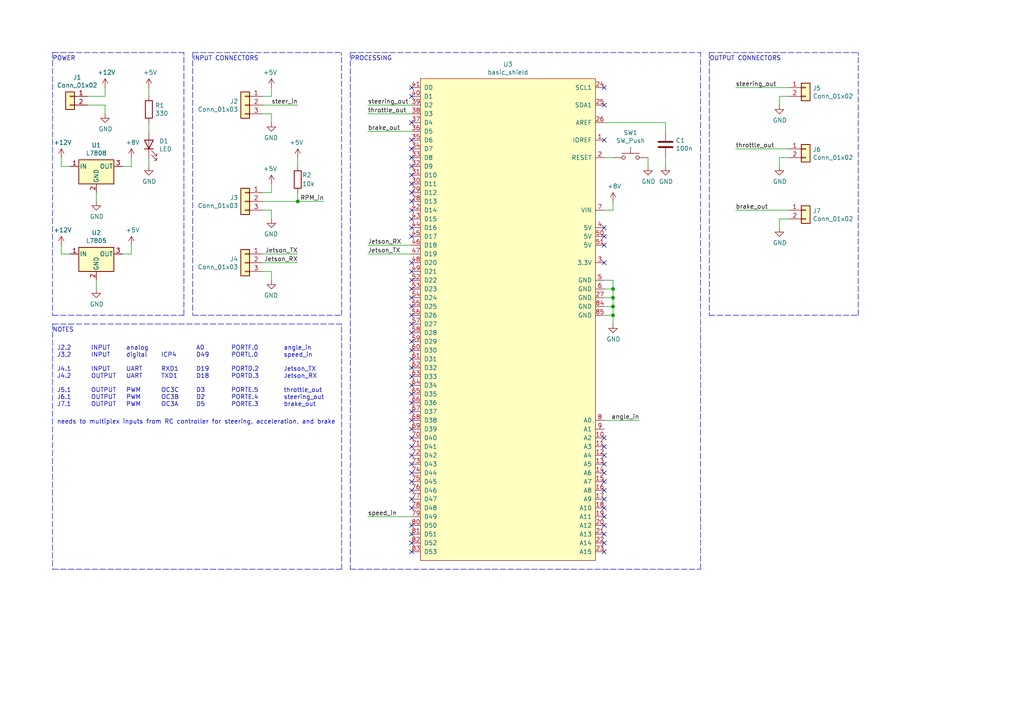
<source format=kicad_sch>
(kicad_sch (version 20211123) (generator eeschema)

  (uuid d3c11c8f-a73d-4211-934b-a6da255728ad)

  (paper "A4")

  (lib_symbols
    (symbol "Connector_Generic:Conn_01x02" (pin_names (offset 1.016) hide) (in_bom yes) (on_board yes)
      (property "Reference" "J" (id 0) (at 0 2.54 0)
        (effects (font (size 1.27 1.27)))
      )
      (property "Value" "Conn_01x02" (id 1) (at 0 -5.08 0)
        (effects (font (size 1.27 1.27)))
      )
      (property "Footprint" "" (id 2) (at 0 0 0)
        (effects (font (size 1.27 1.27)) hide)
      )
      (property "Datasheet" "~" (id 3) (at 0 0 0)
        (effects (font (size 1.27 1.27)) hide)
      )
      (property "ki_keywords" "connector" (id 4) (at 0 0 0)
        (effects (font (size 1.27 1.27)) hide)
      )
      (property "ki_description" "Generic connector, single row, 01x02, script generated (kicad-library-utils/schlib/autogen/connector/)" (id 5) (at 0 0 0)
        (effects (font (size 1.27 1.27)) hide)
      )
      (property "ki_fp_filters" "Connector*:*_1x??_*" (id 6) (at 0 0 0)
        (effects (font (size 1.27 1.27)) hide)
      )
      (symbol "Conn_01x02_1_1"
        (rectangle (start -1.27 -2.413) (end 0 -2.667)
          (stroke (width 0.1524) (type default) (color 0 0 0 0))
          (fill (type none))
        )
        (rectangle (start -1.27 0.127) (end 0 -0.127)
          (stroke (width 0.1524) (type default) (color 0 0 0 0))
          (fill (type none))
        )
        (rectangle (start -1.27 1.27) (end 1.27 -3.81)
          (stroke (width 0.254) (type default) (color 0 0 0 0))
          (fill (type background))
        )
        (pin passive line (at -5.08 0 0) (length 3.81)
          (name "Pin_1" (effects (font (size 1.27 1.27))))
          (number "1" (effects (font (size 1.27 1.27))))
        )
        (pin passive line (at -5.08 -2.54 0) (length 3.81)
          (name "Pin_2" (effects (font (size 1.27 1.27))))
          (number "2" (effects (font (size 1.27 1.27))))
        )
      )
    )
    (symbol "Connector_Generic:Conn_01x03" (pin_names (offset 1.016) hide) (in_bom yes) (on_board yes)
      (property "Reference" "J" (id 0) (at 0 5.08 0)
        (effects (font (size 1.27 1.27)))
      )
      (property "Value" "Conn_01x03" (id 1) (at 0 -5.08 0)
        (effects (font (size 1.27 1.27)))
      )
      (property "Footprint" "" (id 2) (at 0 0 0)
        (effects (font (size 1.27 1.27)) hide)
      )
      (property "Datasheet" "~" (id 3) (at 0 0 0)
        (effects (font (size 1.27 1.27)) hide)
      )
      (property "ki_keywords" "connector" (id 4) (at 0 0 0)
        (effects (font (size 1.27 1.27)) hide)
      )
      (property "ki_description" "Generic connector, single row, 01x03, script generated (kicad-library-utils/schlib/autogen/connector/)" (id 5) (at 0 0 0)
        (effects (font (size 1.27 1.27)) hide)
      )
      (property "ki_fp_filters" "Connector*:*_1x??_*" (id 6) (at 0 0 0)
        (effects (font (size 1.27 1.27)) hide)
      )
      (symbol "Conn_01x03_1_1"
        (rectangle (start -1.27 -2.413) (end 0 -2.667)
          (stroke (width 0.1524) (type default) (color 0 0 0 0))
          (fill (type none))
        )
        (rectangle (start -1.27 0.127) (end 0 -0.127)
          (stroke (width 0.1524) (type default) (color 0 0 0 0))
          (fill (type none))
        )
        (rectangle (start -1.27 2.667) (end 0 2.413)
          (stroke (width 0.1524) (type default) (color 0 0 0 0))
          (fill (type none))
        )
        (rectangle (start -1.27 3.81) (end 1.27 -3.81)
          (stroke (width 0.254) (type default) (color 0 0 0 0))
          (fill (type background))
        )
        (pin passive line (at -5.08 2.54 0) (length 3.81)
          (name "Pin_1" (effects (font (size 1.27 1.27))))
          (number "1" (effects (font (size 1.27 1.27))))
        )
        (pin passive line (at -5.08 0 0) (length 3.81)
          (name "Pin_2" (effects (font (size 1.27 1.27))))
          (number "2" (effects (font (size 1.27 1.27))))
        )
        (pin passive line (at -5.08 -2.54 0) (length 3.81)
          (name "Pin_3" (effects (font (size 1.27 1.27))))
          (number "3" (effects (font (size 1.27 1.27))))
        )
      )
    )
    (symbol "Device:C" (pin_numbers hide) (pin_names (offset 0.254)) (in_bom yes) (on_board yes)
      (property "Reference" "C" (id 0) (at 0.635 2.54 0)
        (effects (font (size 1.27 1.27)) (justify left))
      )
      (property "Value" "C" (id 1) (at 0.635 -2.54 0)
        (effects (font (size 1.27 1.27)) (justify left))
      )
      (property "Footprint" "" (id 2) (at 0.9652 -3.81 0)
        (effects (font (size 1.27 1.27)) hide)
      )
      (property "Datasheet" "~" (id 3) (at 0 0 0)
        (effects (font (size 1.27 1.27)) hide)
      )
      (property "ki_keywords" "cap capacitor" (id 4) (at 0 0 0)
        (effects (font (size 1.27 1.27)) hide)
      )
      (property "ki_description" "Unpolarized capacitor" (id 5) (at 0 0 0)
        (effects (font (size 1.27 1.27)) hide)
      )
      (property "ki_fp_filters" "C_*" (id 6) (at 0 0 0)
        (effects (font (size 1.27 1.27)) hide)
      )
      (symbol "C_0_1"
        (polyline
          (pts
            (xy -2.032 -0.762)
            (xy 2.032 -0.762)
          )
          (stroke (width 0.508) (type default) (color 0 0 0 0))
          (fill (type none))
        )
        (polyline
          (pts
            (xy -2.032 0.762)
            (xy 2.032 0.762)
          )
          (stroke (width 0.508) (type default) (color 0 0 0 0))
          (fill (type none))
        )
      )
      (symbol "C_1_1"
        (pin passive line (at 0 3.81 270) (length 2.794)
          (name "~" (effects (font (size 1.27 1.27))))
          (number "1" (effects (font (size 1.27 1.27))))
        )
        (pin passive line (at 0 -3.81 90) (length 2.794)
          (name "~" (effects (font (size 1.27 1.27))))
          (number "2" (effects (font (size 1.27 1.27))))
        )
      )
    )
    (symbol "Device:LED" (pin_numbers hide) (pin_names (offset 1.016) hide) (in_bom yes) (on_board yes)
      (property "Reference" "D" (id 0) (at 0 2.54 0)
        (effects (font (size 1.27 1.27)))
      )
      (property "Value" "LED" (id 1) (at 0 -2.54 0)
        (effects (font (size 1.27 1.27)))
      )
      (property "Footprint" "" (id 2) (at 0 0 0)
        (effects (font (size 1.27 1.27)) hide)
      )
      (property "Datasheet" "~" (id 3) (at 0 0 0)
        (effects (font (size 1.27 1.27)) hide)
      )
      (property "ki_keywords" "LED diode" (id 4) (at 0 0 0)
        (effects (font (size 1.27 1.27)) hide)
      )
      (property "ki_description" "Light emitting diode" (id 5) (at 0 0 0)
        (effects (font (size 1.27 1.27)) hide)
      )
      (property "ki_fp_filters" "LED* LED_SMD:* LED_THT:*" (id 6) (at 0 0 0)
        (effects (font (size 1.27 1.27)) hide)
      )
      (symbol "LED_0_1"
        (polyline
          (pts
            (xy -1.27 -1.27)
            (xy -1.27 1.27)
          )
          (stroke (width 0.254) (type default) (color 0 0 0 0))
          (fill (type none))
        )
        (polyline
          (pts
            (xy -1.27 0)
            (xy 1.27 0)
          )
          (stroke (width 0) (type default) (color 0 0 0 0))
          (fill (type none))
        )
        (polyline
          (pts
            (xy 1.27 -1.27)
            (xy 1.27 1.27)
            (xy -1.27 0)
            (xy 1.27 -1.27)
          )
          (stroke (width 0.254) (type default) (color 0 0 0 0))
          (fill (type none))
        )
        (polyline
          (pts
            (xy -3.048 -0.762)
            (xy -4.572 -2.286)
            (xy -3.81 -2.286)
            (xy -4.572 -2.286)
            (xy -4.572 -1.524)
          )
          (stroke (width 0) (type default) (color 0 0 0 0))
          (fill (type none))
        )
        (polyline
          (pts
            (xy -1.778 -0.762)
            (xy -3.302 -2.286)
            (xy -2.54 -2.286)
            (xy -3.302 -2.286)
            (xy -3.302 -1.524)
          )
          (stroke (width 0) (type default) (color 0 0 0 0))
          (fill (type none))
        )
      )
      (symbol "LED_1_1"
        (pin passive line (at -3.81 0 0) (length 2.54)
          (name "K" (effects (font (size 1.27 1.27))))
          (number "1" (effects (font (size 1.27 1.27))))
        )
        (pin passive line (at 3.81 0 180) (length 2.54)
          (name "A" (effects (font (size 1.27 1.27))))
          (number "2" (effects (font (size 1.27 1.27))))
        )
      )
    )
    (symbol "Device:R" (pin_numbers hide) (pin_names (offset 0)) (in_bom yes) (on_board yes)
      (property "Reference" "R" (id 0) (at 2.032 0 90)
        (effects (font (size 1.27 1.27)))
      )
      (property "Value" "R" (id 1) (at 0 0 90)
        (effects (font (size 1.27 1.27)))
      )
      (property "Footprint" "" (id 2) (at -1.778 0 90)
        (effects (font (size 1.27 1.27)) hide)
      )
      (property "Datasheet" "~" (id 3) (at 0 0 0)
        (effects (font (size 1.27 1.27)) hide)
      )
      (property "ki_keywords" "R res resistor" (id 4) (at 0 0 0)
        (effects (font (size 1.27 1.27)) hide)
      )
      (property "ki_description" "Resistor" (id 5) (at 0 0 0)
        (effects (font (size 1.27 1.27)) hide)
      )
      (property "ki_fp_filters" "R_*" (id 6) (at 0 0 0)
        (effects (font (size 1.27 1.27)) hide)
      )
      (symbol "R_0_1"
        (rectangle (start -1.016 -2.54) (end 1.016 2.54)
          (stroke (width 0.254) (type default) (color 0 0 0 0))
          (fill (type none))
        )
      )
      (symbol "R_1_1"
        (pin passive line (at 0 3.81 270) (length 1.27)
          (name "~" (effects (font (size 1.27 1.27))))
          (number "1" (effects (font (size 1.27 1.27))))
        )
        (pin passive line (at 0 -3.81 90) (length 1.27)
          (name "~" (effects (font (size 1.27 1.27))))
          (number "2" (effects (font (size 1.27 1.27))))
        )
      )
    )
    (symbol "Regulator_Linear:L7805" (pin_names (offset 0.254)) (in_bom yes) (on_board yes)
      (property "Reference" "U" (id 0) (at -3.81 3.175 0)
        (effects (font (size 1.27 1.27)))
      )
      (property "Value" "L7805" (id 1) (at 0 3.175 0)
        (effects (font (size 1.27 1.27)) (justify left))
      )
      (property "Footprint" "" (id 2) (at 0.635 -3.81 0)
        (effects (font (size 1.27 1.27) italic) (justify left) hide)
      )
      (property "Datasheet" "http://www.st.com/content/ccc/resource/technical/document/datasheet/41/4f/b3/b0/12/d4/47/88/CD00000444.pdf/files/CD00000444.pdf/jcr:content/translations/en.CD00000444.pdf" (id 3) (at 0 -1.27 0)
        (effects (font (size 1.27 1.27)) hide)
      )
      (property "ki_keywords" "Voltage Regulator 1.5A Positive" (id 4) (at 0 0 0)
        (effects (font (size 1.27 1.27)) hide)
      )
      (property "ki_description" "Positive 1.5A 35V Linear Regulator, Fixed Output 5V, TO-220/TO-263/TO-252" (id 5) (at 0 0 0)
        (effects (font (size 1.27 1.27)) hide)
      )
      (property "ki_fp_filters" "TO?252* TO?263* TO?220*" (id 6) (at 0 0 0)
        (effects (font (size 1.27 1.27)) hide)
      )
      (symbol "L7805_0_1"
        (rectangle (start -5.08 1.905) (end 5.08 -5.08)
          (stroke (width 0.254) (type default) (color 0 0 0 0))
          (fill (type background))
        )
      )
      (symbol "L7805_1_1"
        (pin power_in line (at -7.62 0 0) (length 2.54)
          (name "IN" (effects (font (size 1.27 1.27))))
          (number "1" (effects (font (size 1.27 1.27))))
        )
        (pin power_in line (at 0 -7.62 90) (length 2.54)
          (name "GND" (effects (font (size 1.27 1.27))))
          (number "2" (effects (font (size 1.27 1.27))))
        )
        (pin power_out line (at 7.62 0 180) (length 2.54)
          (name "OUT" (effects (font (size 1.27 1.27))))
          (number "3" (effects (font (size 1.27 1.27))))
        )
      )
    )
    (symbol "Regulator_Linear:L7808" (pin_names (offset 0.254)) (in_bom yes) (on_board yes)
      (property "Reference" "U" (id 0) (at -3.81 3.175 0)
        (effects (font (size 1.27 1.27)))
      )
      (property "Value" "L7808" (id 1) (at 0 3.175 0)
        (effects (font (size 1.27 1.27)) (justify left))
      )
      (property "Footprint" "" (id 2) (at 0.635 -3.81 0)
        (effects (font (size 1.27 1.27) italic) (justify left) hide)
      )
      (property "Datasheet" "http://www.st.com/content/ccc/resource/technical/document/datasheet/41/4f/b3/b0/12/d4/47/88/CD00000444.pdf/files/CD00000444.pdf/jcr:content/translations/en.CD00000444.pdf" (id 3) (at 0 -1.27 0)
        (effects (font (size 1.27 1.27)) hide)
      )
      (property "ki_keywords" "Voltage Regulator 1.5A Positive" (id 4) (at 0 0 0)
        (effects (font (size 1.27 1.27)) hide)
      )
      (property "ki_description" "Positive 1.5A 35V Linear Regulator, Fixed Output 8V, TO-220/TO-263/TO-252" (id 5) (at 0 0 0)
        (effects (font (size 1.27 1.27)) hide)
      )
      (property "ki_fp_filters" "TO?252* TO?263* TO?220*" (id 6) (at 0 0 0)
        (effects (font (size 1.27 1.27)) hide)
      )
      (symbol "L7808_0_1"
        (rectangle (start -5.08 1.905) (end 5.08 -5.08)
          (stroke (width 0.254) (type default) (color 0 0 0 0))
          (fill (type background))
        )
      )
      (symbol "L7808_1_1"
        (pin power_in line (at -7.62 0 0) (length 2.54)
          (name "IN" (effects (font (size 1.27 1.27))))
          (number "1" (effects (font (size 1.27 1.27))))
        )
        (pin power_in line (at 0 -7.62 90) (length 2.54)
          (name "GND" (effects (font (size 1.27 1.27))))
          (number "2" (effects (font (size 1.27 1.27))))
        )
        (pin power_out line (at 7.62 0 180) (length 2.54)
          (name "OUT" (effects (font (size 1.27 1.27))))
          (number "3" (effects (font (size 1.27 1.27))))
        )
      )
    )
    (symbol "Switch:SW_Push" (pin_numbers hide) (pin_names (offset 1.016) hide) (in_bom yes) (on_board yes)
      (property "Reference" "SW" (id 0) (at 1.27 2.54 0)
        (effects (font (size 1.27 1.27)) (justify left))
      )
      (property "Value" "SW_Push" (id 1) (at 0 -1.524 0)
        (effects (font (size 1.27 1.27)))
      )
      (property "Footprint" "" (id 2) (at 0 5.08 0)
        (effects (font (size 1.27 1.27)) hide)
      )
      (property "Datasheet" "~" (id 3) (at 0 5.08 0)
        (effects (font (size 1.27 1.27)) hide)
      )
      (property "ki_keywords" "switch normally-open pushbutton push-button" (id 4) (at 0 0 0)
        (effects (font (size 1.27 1.27)) hide)
      )
      (property "ki_description" "Push button switch, generic, two pins" (id 5) (at 0 0 0)
        (effects (font (size 1.27 1.27)) hide)
      )
      (symbol "SW_Push_0_1"
        (circle (center -2.032 0) (radius 0.508)
          (stroke (width 0) (type default) (color 0 0 0 0))
          (fill (type none))
        )
        (polyline
          (pts
            (xy 0 1.27)
            (xy 0 3.048)
          )
          (stroke (width 0) (type default) (color 0 0 0 0))
          (fill (type none))
        )
        (polyline
          (pts
            (xy 2.54 1.27)
            (xy -2.54 1.27)
          )
          (stroke (width 0) (type default) (color 0 0 0 0))
          (fill (type none))
        )
        (circle (center 2.032 0) (radius 0.508)
          (stroke (width 0) (type default) (color 0 0 0 0))
          (fill (type none))
        )
        (pin passive line (at -5.08 0 0) (length 2.54)
          (name "1" (effects (font (size 1.27 1.27))))
          (number "1" (effects (font (size 1.27 1.27))))
        )
        (pin passive line (at 5.08 0 180) (length 2.54)
          (name "2" (effects (font (size 1.27 1.27))))
          (number "2" (effects (font (size 1.27 1.27))))
        )
      )
    )
    (symbol "arduino_mega_shield:basic_shield" (pin_names (offset 1.016)) (in_bom yes) (on_board yes)
      (property "Reference" "U" (id 0) (at 0 1.27 0)
        (effects (font (size 1.27 1.27)))
      )
      (property "Value" "basic_shield" (id 1) (at 0 -1.27 0)
        (effects (font (size 1.27 1.27)))
      )
      (property "Footprint" "" (id 2) (at 0 0 0)
        (effects (font (size 1.27 1.27)) hide)
      )
      (property "Datasheet" "" (id 3) (at 0 0 0)
        (effects (font (size 1.27 1.27)) hide)
      )
      (symbol "basic_shield_0_0"
        (pin bidirectional line (at -27.94 64.77 0) (length 2.54)
          (name "D1" (effects (font (size 1.27 1.27))))
          (number "40" (effects (font (size 1.27 1.27))))
        )
        (pin bidirectional line (at -27.94 67.31 0) (length 2.54)
          (name "D0" (effects (font (size 1.27 1.27))))
          (number "41" (effects (font (size 1.27 1.27))))
        )
        (pin bidirectional line (at -27.94 31.75 0) (length 2.54)
          (name "D14" (effects (font (size 1.27 1.27))))
          (number "42" (effects (font (size 1.27 1.27))))
        )
        (pin bidirectional line (at -27.94 29.21 0) (length 2.54)
          (name "D15" (effects (font (size 1.27 1.27))))
          (number "43" (effects (font (size 1.27 1.27))))
        )
        (pin bidirectional line (at -27.94 26.67 0) (length 2.54)
          (name "D16" (effects (font (size 1.27 1.27))))
          (number "44" (effects (font (size 1.27 1.27))))
        )
        (pin bidirectional line (at -27.94 24.13 0) (length 2.54)
          (name "D17" (effects (font (size 1.27 1.27))))
          (number "45" (effects (font (size 1.27 1.27))))
        )
        (pin bidirectional line (at -27.94 21.59 0) (length 2.54)
          (name "D18" (effects (font (size 1.27 1.27))))
          (number "46" (effects (font (size 1.27 1.27))))
        )
        (pin bidirectional line (at -27.94 19.05 0) (length 2.54)
          (name "D19" (effects (font (size 1.27 1.27))))
          (number "47" (effects (font (size 1.27 1.27))))
        )
        (pin bidirectional line (at -27.94 16.51 0) (length 2.54)
          (name "D20" (effects (font (size 1.27 1.27))))
          (number "48" (effects (font (size 1.27 1.27))))
        )
        (pin bidirectional line (at -27.94 13.97 0) (length 2.54)
          (name "D21" (effects (font (size 1.27 1.27))))
          (number "49" (effects (font (size 1.27 1.27))))
        )
        (pin bidirectional line (at -27.94 11.43 0) (length 2.54)
          (name "D22" (effects (font (size 1.27 1.27))))
          (number "52" (effects (font (size 1.27 1.27))))
        )
        (pin bidirectional line (at -27.94 8.89 0) (length 2.54)
          (name "D23" (effects (font (size 1.27 1.27))))
          (number "53" (effects (font (size 1.27 1.27))))
        )
        (pin bidirectional line (at -27.94 6.35 0) (length 2.54)
          (name "D24" (effects (font (size 1.27 1.27))))
          (number "54" (effects (font (size 1.27 1.27))))
        )
        (pin bidirectional line (at -27.94 3.81 0) (length 2.54)
          (name "D25" (effects (font (size 1.27 1.27))))
          (number "55" (effects (font (size 1.27 1.27))))
        )
        (pin bidirectional line (at -27.94 1.27 0) (length 2.54)
          (name "D26" (effects (font (size 1.27 1.27))))
          (number "56" (effects (font (size 1.27 1.27))))
        )
        (pin bidirectional line (at -27.94 -1.27 0) (length 2.54)
          (name "D27" (effects (font (size 1.27 1.27))))
          (number "57" (effects (font (size 1.27 1.27))))
        )
        (pin bidirectional line (at -27.94 -3.81 0) (length 2.54)
          (name "D28" (effects (font (size 1.27 1.27))))
          (number "58" (effects (font (size 1.27 1.27))))
        )
        (pin bidirectional line (at -27.94 -6.35 0) (length 2.54)
          (name "D29" (effects (font (size 1.27 1.27))))
          (number "59" (effects (font (size 1.27 1.27))))
        )
        (pin bidirectional line (at -27.94 -8.89 0) (length 2.54)
          (name "D30" (effects (font (size 1.27 1.27))))
          (number "60" (effects (font (size 1.27 1.27))))
        )
        (pin bidirectional line (at -27.94 -11.43 0) (length 2.54)
          (name "D31" (effects (font (size 1.27 1.27))))
          (number "61" (effects (font (size 1.27 1.27))))
        )
        (pin bidirectional line (at -27.94 -13.97 0) (length 2.54)
          (name "D32" (effects (font (size 1.27 1.27))))
          (number "62" (effects (font (size 1.27 1.27))))
        )
        (pin bidirectional line (at -27.94 -16.51 0) (length 2.54)
          (name "D33" (effects (font (size 1.27 1.27))))
          (number "63" (effects (font (size 1.27 1.27))))
        )
        (pin bidirectional line (at -27.94 -19.05 0) (length 2.54)
          (name "D34" (effects (font (size 1.27 1.27))))
          (number "64" (effects (font (size 1.27 1.27))))
        )
        (pin bidirectional line (at -27.94 -21.59 0) (length 2.54)
          (name "D35" (effects (font (size 1.27 1.27))))
          (number "65" (effects (font (size 1.27 1.27))))
        )
        (pin bidirectional line (at -27.94 -24.13 0) (length 2.54)
          (name "D36" (effects (font (size 1.27 1.27))))
          (number "66" (effects (font (size 1.27 1.27))))
        )
        (pin bidirectional line (at -27.94 -26.67 0) (length 2.54)
          (name "D37" (effects (font (size 1.27 1.27))))
          (number "67" (effects (font (size 1.27 1.27))))
        )
        (pin bidirectional line (at -27.94 -29.21 0) (length 2.54)
          (name "D38" (effects (font (size 1.27 1.27))))
          (number "68" (effects (font (size 1.27 1.27))))
        )
        (pin bidirectional line (at -27.94 -31.75 0) (length 2.54)
          (name "D39" (effects (font (size 1.27 1.27))))
          (number "69" (effects (font (size 1.27 1.27))))
        )
        (pin bidirectional line (at -27.94 -34.29 0) (length 2.54)
          (name "D40" (effects (font (size 1.27 1.27))))
          (number "70" (effects (font (size 1.27 1.27))))
        )
        (pin bidirectional line (at -27.94 -36.83 0) (length 2.54)
          (name "D41" (effects (font (size 1.27 1.27))))
          (number "71" (effects (font (size 1.27 1.27))))
        )
        (pin bidirectional line (at -27.94 -39.37 0) (length 2.54)
          (name "D42" (effects (font (size 1.27 1.27))))
          (number "72" (effects (font (size 1.27 1.27))))
        )
        (pin bidirectional line (at -27.94 -41.91 0) (length 2.54)
          (name "D43" (effects (font (size 1.27 1.27))))
          (number "73" (effects (font (size 1.27 1.27))))
        )
        (pin bidirectional line (at -27.94 -44.45 0) (length 2.54)
          (name "D44" (effects (font (size 1.27 1.27))))
          (number "74" (effects (font (size 1.27 1.27))))
        )
        (pin bidirectional line (at -27.94 -46.99 0) (length 2.54)
          (name "D45" (effects (font (size 1.27 1.27))))
          (number "75" (effects (font (size 1.27 1.27))))
        )
        (pin bidirectional line (at -27.94 -49.53 0) (length 2.54)
          (name "D46" (effects (font (size 1.27 1.27))))
          (number "76" (effects (font (size 1.27 1.27))))
        )
        (pin bidirectional line (at -27.94 -52.07 0) (length 2.54)
          (name "D47" (effects (font (size 1.27 1.27))))
          (number "77" (effects (font (size 1.27 1.27))))
        )
        (pin bidirectional line (at -27.94 -54.61 0) (length 2.54)
          (name "D48" (effects (font (size 1.27 1.27))))
          (number "78" (effects (font (size 1.27 1.27))))
        )
        (pin bidirectional line (at -27.94 -57.15 0) (length 2.54)
          (name "D49" (effects (font (size 1.27 1.27))))
          (number "79" (effects (font (size 1.27 1.27))))
        )
        (pin bidirectional line (at -27.94 -59.69 0) (length 2.54)
          (name "D50" (effects (font (size 1.27 1.27))))
          (number "80" (effects (font (size 1.27 1.27))))
        )
        (pin bidirectional line (at -27.94 -62.23 0) (length 2.54)
          (name "D51" (effects (font (size 1.27 1.27))))
          (number "81" (effects (font (size 1.27 1.27))))
        )
        (pin bidirectional line (at -27.94 -64.77 0) (length 2.54)
          (name "D52" (effects (font (size 1.27 1.27))))
          (number "82" (effects (font (size 1.27 1.27))))
        )
        (pin bidirectional line (at -27.94 -67.31 0) (length 2.54)
          (name "D53" (effects (font (size 1.27 1.27))))
          (number "83" (effects (font (size 1.27 1.27))))
        )
      )
      (symbol "basic_shield_0_1"
        (rectangle (start -25.4 69.85) (end 25.4 -69.85)
          (stroke (width 0) (type default) (color 0 0 0 0))
          (fill (type background))
        )
      )
      (symbol "basic_shield_1_1"
        (pin bidirectional line (at 27.94 52.07 180) (length 2.54)
          (name "IOREF" (effects (font (size 1.27 1.27))))
          (number "1" (effects (font (size 1.27 1.27))))
        )
        (pin bidirectional line (at 27.94 -34.29 180) (length 2.54)
          (name "A2" (effects (font (size 1.27 1.27))))
          (number "10" (effects (font (size 1.27 1.27))))
        )
        (pin bidirectional line (at 27.94 -36.83 180) (length 2.54)
          (name "A3" (effects (font (size 1.27 1.27))))
          (number "11" (effects (font (size 1.27 1.27))))
        )
        (pin bidirectional line (at 27.94 -39.37 180) (length 2.54)
          (name "A4" (effects (font (size 1.27 1.27))))
          (number "12" (effects (font (size 1.27 1.27))))
        )
        (pin bidirectional line (at 27.94 -41.91 180) (length 2.54)
          (name "A5" (effects (font (size 1.27 1.27))))
          (number "13" (effects (font (size 1.27 1.27))))
        )
        (pin bidirectional line (at 27.94 -44.45 180) (length 2.54)
          (name "A6" (effects (font (size 1.27 1.27))))
          (number "14" (effects (font (size 1.27 1.27))))
        )
        (pin bidirectional line (at 27.94 -46.99 180) (length 2.54)
          (name "A7" (effects (font (size 1.27 1.27))))
          (number "15" (effects (font (size 1.27 1.27))))
        )
        (pin bidirectional line (at 27.94 -49.53 180) (length 2.54)
          (name "A8" (effects (font (size 1.27 1.27))))
          (number "16" (effects (font (size 1.27 1.27))))
        )
        (pin bidirectional line (at 27.94 -52.07 180) (length 2.54)
          (name "A9" (effects (font (size 1.27 1.27))))
          (number "17" (effects (font (size 1.27 1.27))))
        )
        (pin bidirectional line (at 27.94 -54.61 180) (length 2.54)
          (name "A10" (effects (font (size 1.27 1.27))))
          (number "18" (effects (font (size 1.27 1.27))))
        )
        (pin bidirectional line (at 27.94 -57.15 180) (length 2.54)
          (name "A11" (effects (font (size 1.27 1.27))))
          (number "19" (effects (font (size 1.27 1.27))))
        )
        (pin bidirectional line (at 27.94 46.99 180) (length 2.54)
          (name "RESET" (effects (font (size 1.27 1.27))))
          (number "2" (effects (font (size 1.27 1.27))))
        )
        (pin bidirectional line (at 27.94 -59.69 180) (length 2.54)
          (name "A12" (effects (font (size 1.27 1.27))))
          (number "20" (effects (font (size 1.27 1.27))))
        )
        (pin bidirectional line (at 27.94 -62.23 180) (length 2.54)
          (name "A13" (effects (font (size 1.27 1.27))))
          (number "21" (effects (font (size 1.27 1.27))))
        )
        (pin bidirectional line (at 27.94 -64.77 180) (length 2.54)
          (name "A14" (effects (font (size 1.27 1.27))))
          (number "22" (effects (font (size 1.27 1.27))))
        )
        (pin bidirectional line (at 27.94 -67.31 180) (length 2.54)
          (name "A15" (effects (font (size 1.27 1.27))))
          (number "23" (effects (font (size 1.27 1.27))))
        )
        (pin bidirectional line (at 27.94 67.31 180) (length 2.54)
          (name "SCL1" (effects (font (size 1.27 1.27))))
          (number "24" (effects (font (size 1.27 1.27))))
        )
        (pin bidirectional line (at 27.94 62.23 180) (length 2.54)
          (name "SDA1" (effects (font (size 1.27 1.27))))
          (number "25" (effects (font (size 1.27 1.27))))
        )
        (pin bidirectional line (at 27.94 57.15 180) (length 2.54)
          (name "AREF" (effects (font (size 1.27 1.27))))
          (number "26" (effects (font (size 1.27 1.27))))
        )
        (pin bidirectional line (at 27.94 6.35 180) (length 2.54)
          (name "GND" (effects (font (size 1.27 1.27))))
          (number "27" (effects (font (size 1.27 1.27))))
        )
        (pin bidirectional line (at -27.94 34.29 0) (length 2.54)
          (name "D13" (effects (font (size 1.27 1.27))))
          (number "28" (effects (font (size 1.27 1.27))))
        )
        (pin bidirectional line (at -27.94 36.83 0) (length 2.54)
          (name "D12" (effects (font (size 1.27 1.27))))
          (number "29" (effects (font (size 1.27 1.27))))
        )
        (pin bidirectional line (at 27.94 16.51 180) (length 2.54)
          (name "3.3V" (effects (font (size 1.27 1.27))))
          (number "3" (effects (font (size 1.27 1.27))))
        )
        (pin bidirectional line (at -27.94 39.37 0) (length 2.54)
          (name "D11" (effects (font (size 1.27 1.27))))
          (number "30" (effects (font (size 1.27 1.27))))
        )
        (pin bidirectional line (at -27.94 41.91 0) (length 2.54)
          (name "D10" (effects (font (size 1.27 1.27))))
          (number "31" (effects (font (size 1.27 1.27))))
        )
        (pin bidirectional line (at -27.94 44.45 0) (length 2.54)
          (name "D9" (effects (font (size 1.27 1.27))))
          (number "32" (effects (font (size 1.27 1.27))))
        )
        (pin bidirectional line (at -27.94 46.99 0) (length 2.54)
          (name "D8" (effects (font (size 1.27 1.27))))
          (number "33" (effects (font (size 1.27 1.27))))
        )
        (pin bidirectional line (at -27.94 49.53 0) (length 2.54)
          (name "D7" (effects (font (size 1.27 1.27))))
          (number "34" (effects (font (size 1.27 1.27))))
        )
        (pin bidirectional line (at -27.94 52.07 0) (length 2.54)
          (name "D6" (effects (font (size 1.27 1.27))))
          (number "35" (effects (font (size 1.27 1.27))))
        )
        (pin bidirectional line (at -27.94 54.61 0) (length 2.54)
          (name "D5" (effects (font (size 1.27 1.27))))
          (number "36" (effects (font (size 1.27 1.27))))
        )
        (pin bidirectional line (at -27.94 57.15 0) (length 2.54)
          (name "D4" (effects (font (size 1.27 1.27))))
          (number "37" (effects (font (size 1.27 1.27))))
        )
        (pin bidirectional line (at -27.94 59.69 0) (length 2.54)
          (name "D3" (effects (font (size 1.27 1.27))))
          (number "38" (effects (font (size 1.27 1.27))))
        )
        (pin bidirectional line (at -27.94 62.23 0) (length 2.54)
          (name "D2" (effects (font (size 1.27 1.27))))
          (number "39" (effects (font (size 1.27 1.27))))
        )
        (pin bidirectional line (at 27.94 26.67 180) (length 2.54)
          (name "5V" (effects (font (size 1.27 1.27))))
          (number "4" (effects (font (size 1.27 1.27))))
        )
        (pin bidirectional line (at 27.94 11.43 180) (length 2.54)
          (name "GND" (effects (font (size 1.27 1.27))))
          (number "5" (effects (font (size 1.27 1.27))))
        )
        (pin bidirectional line (at 27.94 24.13 180) (length 2.54)
          (name "5V" (effects (font (size 1.27 1.27))))
          (number "50" (effects (font (size 1.27 1.27))))
        )
        (pin bidirectional line (at 27.94 21.59 180) (length 2.54)
          (name "5V" (effects (font (size 1.27 1.27))))
          (number "51" (effects (font (size 1.27 1.27))))
        )
        (pin bidirectional line (at 27.94 8.89 180) (length 2.54)
          (name "GND" (effects (font (size 1.27 1.27))))
          (number "6" (effects (font (size 1.27 1.27))))
        )
        (pin bidirectional line (at 27.94 31.75 180) (length 2.54)
          (name "VIN" (effects (font (size 1.27 1.27))))
          (number "7" (effects (font (size 1.27 1.27))))
        )
        (pin bidirectional line (at 27.94 -29.21 180) (length 2.54)
          (name "A0" (effects (font (size 1.27 1.27))))
          (number "8" (effects (font (size 1.27 1.27))))
        )
        (pin bidirectional line (at 27.94 3.81 180) (length 2.54)
          (name "GND" (effects (font (size 1.27 1.27))))
          (number "84" (effects (font (size 1.27 1.27))))
        )
        (pin bidirectional line (at 27.94 1.27 180) (length 2.54)
          (name "GND" (effects (font (size 1.27 1.27))))
          (number "85" (effects (font (size 1.27 1.27))))
        )
        (pin bidirectional line (at 27.94 -31.75 180) (length 2.54)
          (name "A1" (effects (font (size 1.27 1.27))))
          (number "9" (effects (font (size 1.27 1.27))))
        )
      )
    )
    (symbol "power:+12V" (power) (pin_names (offset 0)) (in_bom yes) (on_board yes)
      (property "Reference" "#PWR" (id 0) (at 0 -3.81 0)
        (effects (font (size 1.27 1.27)) hide)
      )
      (property "Value" "+12V" (id 1) (at 0 3.556 0)
        (effects (font (size 1.27 1.27)))
      )
      (property "Footprint" "" (id 2) (at 0 0 0)
        (effects (font (size 1.27 1.27)) hide)
      )
      (property "Datasheet" "" (id 3) (at 0 0 0)
        (effects (font (size 1.27 1.27)) hide)
      )
      (property "ki_keywords" "power-flag" (id 4) (at 0 0 0)
        (effects (font (size 1.27 1.27)) hide)
      )
      (property "ki_description" "Power symbol creates a global label with name \"+12V\"" (id 5) (at 0 0 0)
        (effects (font (size 1.27 1.27)) hide)
      )
      (symbol "+12V_0_1"
        (polyline
          (pts
            (xy -0.762 1.27)
            (xy 0 2.54)
          )
          (stroke (width 0) (type default) (color 0 0 0 0))
          (fill (type none))
        )
        (polyline
          (pts
            (xy 0 0)
            (xy 0 2.54)
          )
          (stroke (width 0) (type default) (color 0 0 0 0))
          (fill (type none))
        )
        (polyline
          (pts
            (xy 0 2.54)
            (xy 0.762 1.27)
          )
          (stroke (width 0) (type default) (color 0 0 0 0))
          (fill (type none))
        )
      )
      (symbol "+12V_1_1"
        (pin power_in line (at 0 0 90) (length 0) hide
          (name "+12V" (effects (font (size 1.27 1.27))))
          (number "1" (effects (font (size 1.27 1.27))))
        )
      )
    )
    (symbol "power:+5V" (power) (pin_names (offset 0)) (in_bom yes) (on_board yes)
      (property "Reference" "#PWR" (id 0) (at 0 -3.81 0)
        (effects (font (size 1.27 1.27)) hide)
      )
      (property "Value" "+5V" (id 1) (at 0 3.556 0)
        (effects (font (size 1.27 1.27)))
      )
      (property "Footprint" "" (id 2) (at 0 0 0)
        (effects (font (size 1.27 1.27)) hide)
      )
      (property "Datasheet" "" (id 3) (at 0 0 0)
        (effects (font (size 1.27 1.27)) hide)
      )
      (property "ki_keywords" "power-flag" (id 4) (at 0 0 0)
        (effects (font (size 1.27 1.27)) hide)
      )
      (property "ki_description" "Power symbol creates a global label with name \"+5V\"" (id 5) (at 0 0 0)
        (effects (font (size 1.27 1.27)) hide)
      )
      (symbol "+5V_0_1"
        (polyline
          (pts
            (xy -0.762 1.27)
            (xy 0 2.54)
          )
          (stroke (width 0) (type default) (color 0 0 0 0))
          (fill (type none))
        )
        (polyline
          (pts
            (xy 0 0)
            (xy 0 2.54)
          )
          (stroke (width 0) (type default) (color 0 0 0 0))
          (fill (type none))
        )
        (polyline
          (pts
            (xy 0 2.54)
            (xy 0.762 1.27)
          )
          (stroke (width 0) (type default) (color 0 0 0 0))
          (fill (type none))
        )
      )
      (symbol "+5V_1_1"
        (pin power_in line (at 0 0 90) (length 0) hide
          (name "+5V" (effects (font (size 1.27 1.27))))
          (number "1" (effects (font (size 1.27 1.27))))
        )
      )
    )
    (symbol "power:+8V" (power) (pin_names (offset 0)) (in_bom yes) (on_board yes)
      (property "Reference" "#PWR" (id 0) (at 0 -3.81 0)
        (effects (font (size 1.27 1.27)) hide)
      )
      (property "Value" "+8V" (id 1) (at 0 3.556 0)
        (effects (font (size 1.27 1.27)))
      )
      (property "Footprint" "" (id 2) (at 0 0 0)
        (effects (font (size 1.27 1.27)) hide)
      )
      (property "Datasheet" "" (id 3) (at 0 0 0)
        (effects (font (size 1.27 1.27)) hide)
      )
      (property "ki_keywords" "power-flag" (id 4) (at 0 0 0)
        (effects (font (size 1.27 1.27)) hide)
      )
      (property "ki_description" "Power symbol creates a global label with name \"+8V\"" (id 5) (at 0 0 0)
        (effects (font (size 1.27 1.27)) hide)
      )
      (symbol "+8V_0_1"
        (polyline
          (pts
            (xy -0.762 1.27)
            (xy 0 2.54)
          )
          (stroke (width 0) (type default) (color 0 0 0 0))
          (fill (type none))
        )
        (polyline
          (pts
            (xy 0 0)
            (xy 0 2.54)
          )
          (stroke (width 0) (type default) (color 0 0 0 0))
          (fill (type none))
        )
        (polyline
          (pts
            (xy 0 2.54)
            (xy 0.762 1.27)
          )
          (stroke (width 0) (type default) (color 0 0 0 0))
          (fill (type none))
        )
      )
      (symbol "+8V_1_1"
        (pin power_in line (at 0 0 90) (length 0) hide
          (name "+8V" (effects (font (size 1.27 1.27))))
          (number "1" (effects (font (size 1.27 1.27))))
        )
      )
    )
    (symbol "power:GND" (power) (pin_names (offset 0)) (in_bom yes) (on_board yes)
      (property "Reference" "#PWR" (id 0) (at 0 -6.35 0)
        (effects (font (size 1.27 1.27)) hide)
      )
      (property "Value" "GND" (id 1) (at 0 -3.81 0)
        (effects (font (size 1.27 1.27)))
      )
      (property "Footprint" "" (id 2) (at 0 0 0)
        (effects (font (size 1.27 1.27)) hide)
      )
      (property "Datasheet" "" (id 3) (at 0 0 0)
        (effects (font (size 1.27 1.27)) hide)
      )
      (property "ki_keywords" "power-flag" (id 4) (at 0 0 0)
        (effects (font (size 1.27 1.27)) hide)
      )
      (property "ki_description" "Power symbol creates a global label with name \"GND\" , ground" (id 5) (at 0 0 0)
        (effects (font (size 1.27 1.27)) hide)
      )
      (symbol "GND_0_1"
        (polyline
          (pts
            (xy 0 0)
            (xy 0 -1.27)
            (xy 1.27 -1.27)
            (xy 0 -2.54)
            (xy -1.27 -1.27)
            (xy 0 -1.27)
          )
          (stroke (width 0) (type default) (color 0 0 0 0))
          (fill (type none))
        )
      )
      (symbol "GND_1_1"
        (pin power_in line (at 0 0 270) (length 0) hide
          (name "GND" (effects (font (size 1.27 1.27))))
          (number "1" (effects (font (size 1.27 1.27))))
        )
      )
    )
  )

  (junction (at 177.8 86.36) (diameter 0) (color 0 0 0 0)
    (uuid 0755aee5-bc01-4cb5-b830-583289df50a3)
  )
  (junction (at 177.8 83.82) (diameter 0) (color 0 0 0 0)
    (uuid 60dcd1fe-7079-4cb8-b509-04558ccf5097)
  )
  (junction (at 177.8 91.44) (diameter 0) (color 0 0 0 0)
    (uuid 911bdcbe-493f-4e21-a506-7cbc636e2c17)
  )
  (junction (at 86.36 58.42) (diameter 0) (color 0 0 0 0)
    (uuid b7d7a3c5-0017-45c7-b859-de90e1707310)
  )
  (junction (at 177.8 88.9) (diameter 0) (color 0 0 0 0)
    (uuid dde51ae5-b215-445e-92bb-4a12ec410531)
  )

  (no_connect (at 119.38 157.48) (uuid 026ac84e-b8b2-4dd2-b675-8323c24fd778))
  (no_connect (at 119.38 76.2) (uuid 03c7f780-fc1b-487a-b30d-567d6c09fdc8))
  (no_connect (at 175.26 139.7) (uuid 088f77ba-fca9-42b3-876e-a6937267f957))
  (no_connect (at 119.38 88.9) (uuid 0ae82096-0994-4fb0-9a2a-d4ac4804abac))
  (no_connect (at 119.38 154.94) (uuid 0bcafe80-ffba-4f1e-ae51-95a595b006db))
  (no_connect (at 119.38 48.26) (uuid 0cc45b5b-96b3-4284-9cae-a3a9e324a916))
  (no_connect (at 119.38 101.6) (uuid 0f324b67-75ef-407f-8dbc-3c1fc5c2abba))
  (no_connect (at 119.38 86.36) (uuid 0fdc6f30-77bc-4e9b-8665-c8aa9acf5bf9))
  (no_connect (at 119.38 27.94) (uuid 109caac1-5036-4f23-9a66-f569d871501b))
  (no_connect (at 175.26 30.48) (uuid 16bd6381-8ac0-4bf2-9dce-ecc20c724b8d))
  (no_connect (at 119.38 25.4) (uuid 19b0959e-a79b-43b2-a5ad-525ced7e9131))
  (no_connect (at 119.38 104.14) (uuid 1c68b844-c861-46b7-b734-0242168a4220))
  (no_connect (at 119.38 58.42) (uuid 1f8b2c0c-b042-4e2e-80f6-4959a27b238f))
  (no_connect (at 119.38 119.38) (uuid 224768bc-6009-43ba-aa4a-70cbaa15b5a3))
  (no_connect (at 175.26 149.86) (uuid 26801cfb-b53b-4a6a-a2f4-5f4986565765))
  (no_connect (at 119.38 35.56) (uuid 31540a7e-dc9e-4e4d-96b1-dab15efa5f4b))
  (no_connect (at 175.26 160.02) (uuid 34cdc1c9-c9e2-44c4-9677-c1c7d7efd83d))
  (no_connect (at 119.38 139.7) (uuid 34d03349-6d78-4165-a683-2d8b76f2bae8))
  (no_connect (at 119.38 144.78) (uuid 37b6c6d6-3e12-4736-912a-ea6e2bf06721))
  (no_connect (at 119.38 83.82) (uuid 4107d40a-e5df-4255-aacc-13f9928e090c))
  (no_connect (at 119.38 53.34) (uuid 4a850cb6-bb24-4274-a902-e49f34f0a0e3))
  (no_connect (at 119.38 106.68) (uuid 4b03e854-02fe-44cc-bece-f8268b7cae54))
  (no_connect (at 175.26 76.2) (uuid 6595b9c7-02ee-4647-bde5-6b566e35163e))
  (no_connect (at 119.38 50.8) (uuid 6b7c1048-12b6-46b2-b762-fa3ad30472dd))
  (no_connect (at 175.26 129.54) (uuid 6e435cd4-da2b-4602-a0aa-5dd988834dff))
  (no_connect (at 175.26 127) (uuid 6f675e5f-8fe6-4148-baf1-da97afc770f8))
  (no_connect (at 175.26 144.78) (uuid 6f80f798-dc24-438f-a1eb-4ee2936267c8))
  (no_connect (at 119.38 60.96) (uuid 700e8b73-5976-423f-a3f3-ab3d9f3e9760))
  (no_connect (at 175.26 137.16) (uuid 71989e06-8659-4605-b2da-4f729cc41263))
  (no_connect (at 119.38 114.3) (uuid 752417ee-7d0b-4ac8-a22c-26669881a2ab))
  (no_connect (at 119.38 66.04) (uuid 79e31048-072a-4a40-a625-26bb0b5f046b))
  (no_connect (at 119.38 93.98) (uuid 8195a7cf-4576-44dd-9e0e-ee048fdb93dd))
  (no_connect (at 175.26 25.4) (uuid 85b7594c-358f-454b-b2ad-dd0b1d67ed76))
  (no_connect (at 119.38 147.32) (uuid 86dc7a78-7d51-4111-9eea-8a8f7977eb16))
  (no_connect (at 119.38 132.08) (uuid 88d2c4b8-79f2-4e8b-9f70-b7e0ed9c70f8))
  (no_connect (at 119.38 127) (uuid 89c0bc4d-eee5-4a77-ac35-d30b35db5cbe))
  (no_connect (at 119.38 40.64) (uuid 8c1605f9-6c91-4701-96bf-e753661d5e23))
  (no_connect (at 175.26 134.62) (uuid 9a0b74a5-4879-4b51-8e8e-6d85a0107422))
  (no_connect (at 119.38 116.84) (uuid 9f80220c-1612-4589-b9ca-a5579617bdb8))
  (no_connect (at 175.26 71.12) (uuid a6b7df29-bcf8-46a9-b623-7eaac47f5110))
  (no_connect (at 119.38 134.62) (uuid a7531a95-7ca1-4f34-955e-18120cec99e6))
  (no_connect (at 175.26 152.4) (uuid aa79024d-ca7e-4c24-b127-7df08bbd0c75))
  (no_connect (at 119.38 63.5) (uuid b4300db7-1220-431a-b7c3-2edbdf8fa6fc))
  (no_connect (at 119.38 109.22) (uuid b5071759-a4d7-4769-be02-251f23cd4454))
  (no_connect (at 119.38 81.28) (uuid b9bb0e73-161a-4d06-b6eb-a9f66d8a95f5))
  (no_connect (at 119.38 142.24) (uuid bb4b1afc-c46e-451d-8dad-36b7dec82f26))
  (no_connect (at 119.38 78.74) (uuid c04386e0-b49e-4fff-b380-675af13a62cb))
  (no_connect (at 175.26 157.48) (uuid c49d23ab-146d-4089-864f-2d22b5b414b9))
  (no_connect (at 175.26 40.64) (uuid c5eb1e4c-ce83-470e-8f32-e20ff1f886a3))
  (no_connect (at 119.38 68.58) (uuid c76d4423-ef1b-4a6f-8176-33d65f2877bb))
  (no_connect (at 175.26 154.94) (uuid c7af8405-da2e-4a34-b9b8-518f342f8995))
  (no_connect (at 119.38 111.76) (uuid cada57e2-1fa7-4b9d-a2a0-2218773d5c50))
  (no_connect (at 119.38 124.46) (uuid d21cc5e4-177a-4e1d-a8d5-060ed33e5b8e))
  (no_connect (at 119.38 99.06) (uuid d2d7bea6-0c22-495f-8666-323b30e03150))
  (no_connect (at 175.26 68.58) (uuid d9c6d5d2-0b49-49ba-a970-cd2c32f74c54))
  (no_connect (at 119.38 160.02) (uuid da25bf79-0abb-4fac-a221-ca5c574dfc29))
  (no_connect (at 119.38 91.44) (uuid e0f06b5c-de63-4833-a591-ca9e19217a35))
  (no_connect (at 175.26 66.04) (uuid e1535036-5d36-405f-bb86-3819621c4f23))
  (no_connect (at 119.38 129.54) (uuid e1c30a32-820e-4b17-aec9-5cb8b76f0ccc))
  (no_connect (at 119.38 152.4) (uuid e32ee344-1030-4498-9cac-bfbf7540faf4))
  (no_connect (at 119.38 55.88) (uuid e5203297-b913-4288-a576-12a92185cb52))
  (no_connect (at 119.38 96.52) (uuid e7bb7815-0d52-4bb8-b29a-8cf960bd2905))
  (no_connect (at 175.26 132.08) (uuid eae14f5f-515c-4a6f-ad0e-e8ef233d14bf))
  (no_connect (at 119.38 43.18) (uuid f1447ad6-651c-45be-a2d6-33bddf672c2c))
  (no_connect (at 175.26 142.24) (uuid f66398f1-1ae7-4d4d-939f-958c174c6bce))
  (no_connect (at 119.38 45.72) (uuid f6c644f4-3036-41a6-9e14-2c08c079c6cd))
  (no_connect (at 175.26 147.32) (uuid f78e02cd-9600-4173-be8d-67e530b5d19f))
  (no_connect (at 119.38 137.16) (uuid f8fc38ec-0b98-40bc-ae2f-e5cc29973bca))
  (no_connect (at 119.38 121.92) (uuid fef37e8b-0ff0-4da2-8a57-acaf19551d1a))

  (wire (pts (xy 38.1 48.26) (xy 38.1 45.72))
    (stroke (width 0) (type default) (color 0 0 0 0))
    (uuid 0325ec43-0390-4ae2-b055-b1ec6ce17b1c)
  )
  (polyline (pts (xy 101.6 15.24) (xy 101.6 165.1))
    (stroke (width 0) (type default) (color 0 0 0 0))
    (uuid 07a31df3-8cdb-4137-90ec-6d6825050c9f)
  )
  (polyline (pts (xy 248.92 91.44) (xy 248.92 15.24))
    (stroke (width 0) (type default) (color 0 0 0 0))
    (uuid 0a0a40df-eb85-48e6-b204-100b19f8018c)
  )
  (polyline (pts (xy 53.34 91.44) (xy 53.34 15.24))
    (stroke (width 0) (type default) (color 0 0 0 0))
    (uuid 0ac48827-34c2-43fb-9088-8d6c9c6bc9dc)
  )

  (wire (pts (xy 78.74 81.28) (xy 78.74 78.74))
    (stroke (width 0) (type default) (color 0 0 0 0))
    (uuid 0e1ed1c5-7428-4dc7-b76e-49b2d5f8177d)
  )
  (wire (pts (xy 78.74 78.74) (xy 76.2 78.74))
    (stroke (width 0) (type default) (color 0 0 0 0))
    (uuid 14c51520-6d91-4098-a59a-5121f2a898f7)
  )
  (wire (pts (xy 78.74 25.4) (xy 78.74 27.94))
    (stroke (width 0) (type default) (color 0 0 0 0))
    (uuid 15fe8f3d-6077-4e0e-81d0-8ec3f4538981)
  )
  (wire (pts (xy 78.74 63.5) (xy 78.74 60.96))
    (stroke (width 0) (type default) (color 0 0 0 0))
    (uuid 19c56563-5fe3-442a-885b-418dbc2421eb)
  )
  (wire (pts (xy 78.74 60.96) (xy 76.2 60.96))
    (stroke (width 0) (type default) (color 0 0 0 0))
    (uuid 21ae9c3a-7138-444e-be38-56a4842ab594)
  )
  (wire (pts (xy 177.8 60.96) (xy 177.8 58.42))
    (stroke (width 0) (type default) (color 0 0 0 0))
    (uuid 27d56953-c620-4d5b-9c1c-e48bc3d9684a)
  )
  (polyline (pts (xy 99.06 91.44) (xy 99.06 15.24))
    (stroke (width 0) (type default) (color 0 0 0 0))
    (uuid 2d4321ae-b5d7-4ae0-a609-0147fb71de05)
  )

  (wire (pts (xy 226.06 30.48) (xy 226.06 27.94))
    (stroke (width 0) (type default) (color 0 0 0 0))
    (uuid 2d67a417-188f-4014-9282-000265d80009)
  )
  (wire (pts (xy 35.56 73.66) (xy 38.1 73.66))
    (stroke (width 0) (type default) (color 0 0 0 0))
    (uuid 2e842263-c0ba-46fd-a760-6624d4c78278)
  )
  (wire (pts (xy 30.48 27.94) (xy 30.48 25.4))
    (stroke (width 0) (type default) (color 0 0 0 0))
    (uuid 309b3bff-19c8-41ec-a84d-63399c649f46)
  )
  (polyline (pts (xy 101.6 15.24) (xy 203.2 15.24))
    (stroke (width 0) (type default) (color 0 0 0 0))
    (uuid 3434e0f2-1c77-46aa-bf66-118418a24375)
  )

  (wire (pts (xy 43.18 27.94) (xy 43.18 25.4))
    (stroke (width 0) (type default) (color 0 0 0 0))
    (uuid 38a501e2-0ee8-439d-bd02-e9e90e7503e9)
  )
  (polyline (pts (xy 205.74 15.24) (xy 248.92 15.24))
    (stroke (width 0) (type default) (color 0 0 0 0))
    (uuid 3cf0f462-e2bd-45a2-8540-bcccd01db4a1)
  )
  (polyline (pts (xy 15.24 93.98) (xy 99.06 93.98))
    (stroke (width 0) (type default) (color 0 0 0 0))
    (uuid 3d2e1df1-bfe5-438e-adfc-3e86af2b570a)
  )

  (wire (pts (xy 86.36 45.72) (xy 86.36 48.26))
    (stroke (width 0) (type default) (color 0 0 0 0))
    (uuid 41acfe41-fac7-432a-a7a3-946566e2d504)
  )
  (wire (pts (xy 175.26 35.56) (xy 193.04 35.56))
    (stroke (width 0) (type default) (color 0 0 0 0))
    (uuid 477892a1-722e-4cda-bb6c-fcdb8ba5f93e)
  )
  (polyline (pts (xy 15.24 91.44) (xy 53.34 91.44))
    (stroke (width 0) (type default) (color 0 0 0 0))
    (uuid 47e81eba-2324-4432-b533-d15b4ead9a95)
  )

  (wire (pts (xy 175.26 81.28) (xy 177.8 81.28))
    (stroke (width 0) (type default) (color 0 0 0 0))
    (uuid 4a21e717-d46d-4d9e-8b98-af4ecb02d3ec)
  )
  (wire (pts (xy 193.04 38.1) (xy 193.04 35.56))
    (stroke (width 0) (type default) (color 0 0 0 0))
    (uuid 4d586a18-26c5-441e-a9ff-8125ee516126)
  )
  (wire (pts (xy 177.8 83.82) (xy 177.8 86.36))
    (stroke (width 0) (type default) (color 0 0 0 0))
    (uuid 4fb21471-41be-4be8-9687-66030f97befc)
  )
  (polyline (pts (xy 15.24 165.1) (xy 99.06 165.1))
    (stroke (width 0) (type default) (color 0 0 0 0))
    (uuid 515b63e0-133e-4503-95c9-7e0bad402918)
  )

  (wire (pts (xy 106.68 149.86) (xy 119.38 149.86))
    (stroke (width 0) (type default) (color 0 0 0 0))
    (uuid 5c2a0884-e45b-4a39-932f-1eb9917e9fc9)
  )
  (wire (pts (xy 17.78 71.12) (xy 17.78 73.66))
    (stroke (width 0) (type default) (color 0 0 0 0))
    (uuid 5edcefbe-9766-42c8-9529-28d0ec865573)
  )
  (wire (pts (xy 226.06 63.5) (xy 228.6 63.5))
    (stroke (width 0) (type default) (color 0 0 0 0))
    (uuid 5fc9acb6-6dbb-4598-825b-4b9e7c4c67c4)
  )
  (wire (pts (xy 76.2 73.66) (xy 86.36 73.66))
    (stroke (width 0) (type default) (color 0 0 0 0))
    (uuid 67e026cb-207d-4188-a1fe-6d28dc801d27)
  )
  (wire (pts (xy 175.26 91.44) (xy 177.8 91.44))
    (stroke (width 0) (type default) (color 0 0 0 0))
    (uuid 68877d35-b796-44db-9124-b8e744e7412e)
  )
  (wire (pts (xy 226.06 45.72) (xy 228.6 45.72))
    (stroke (width 0) (type default) (color 0 0 0 0))
    (uuid 6bf05d19-ba3e-4ba6-8a6f-4e0bc45ea3b2)
  )
  (wire (pts (xy 177.8 91.44) (xy 177.8 93.98))
    (stroke (width 0) (type default) (color 0 0 0 0))
    (uuid 6d26d68f-1ca7-4ff3-b058-272f1c399047)
  )
  (wire (pts (xy 213.36 43.18) (xy 228.6 43.18))
    (stroke (width 0) (type default) (color 0 0 0 0))
    (uuid 6fa05a9c-b7d8-4e4c-8acc-cd954b56ef4e)
  )
  (polyline (pts (xy 55.88 15.24) (xy 55.88 91.44))
    (stroke (width 0) (type default) (color 0 0 0 0))
    (uuid 6fcebbc0-aa1b-4810-a7b6-77221caff05d)
  )

  (wire (pts (xy 177.8 86.36) (xy 177.8 88.9))
    (stroke (width 0) (type default) (color 0 0 0 0))
    (uuid 70e15522-1572-4451-9c0d-6d36ac70d8c6)
  )
  (wire (pts (xy 17.78 73.66) (xy 20.32 73.66))
    (stroke (width 0) (type default) (color 0 0 0 0))
    (uuid 721d1be9-236e-470b-ba69-f1cc6c43faf9)
  )
  (wire (pts (xy 175.26 83.82) (xy 177.8 83.82))
    (stroke (width 0) (type default) (color 0 0 0 0))
    (uuid 7599133e-c681-4202-85d9-c20dac196c64)
  )
  (wire (pts (xy 35.56 48.26) (xy 38.1 48.26))
    (stroke (width 0) (type default) (color 0 0 0 0))
    (uuid 7b044939-8c4d-444f-b9e0-a15fcdeb5a86)
  )
  (wire (pts (xy 213.36 60.96) (xy 228.6 60.96))
    (stroke (width 0) (type default) (color 0 0 0 0))
    (uuid 7c8faa4a-3238-4df9-8c5e-dbf87c85000c)
  )
  (wire (pts (xy 78.74 27.94) (xy 76.2 27.94))
    (stroke (width 0) (type default) (color 0 0 0 0))
    (uuid 814763c2-92e5-4a2c-941c-9bbd073f6e87)
  )
  (wire (pts (xy 17.78 45.72) (xy 17.78 48.26))
    (stroke (width 0) (type default) (color 0 0 0 0))
    (uuid 81a15393-727e-448b-a777-b18773023d89)
  )
  (wire (pts (xy 78.74 33.02) (xy 78.74 35.56))
    (stroke (width 0) (type default) (color 0 0 0 0))
    (uuid 82be7aae-5d06-4178-8c3e-98760c41b054)
  )
  (polyline (pts (xy 55.88 15.24) (xy 99.06 15.24))
    (stroke (width 0) (type default) (color 0 0 0 0))
    (uuid 846e204e-7963-4a3f-8aaf-21c629e0f471)
  )

  (wire (pts (xy 226.06 27.94) (xy 228.6 27.94))
    (stroke (width 0) (type default) (color 0 0 0 0))
    (uuid 84e5506c-143e-495f-9aa4-d3a71622f213)
  )
  (wire (pts (xy 175.26 121.92) (xy 185.42 121.92))
    (stroke (width 0) (type default) (color 0 0 0 0))
    (uuid 88ef1565-6ec4-47c8-b319-840a6add5601)
  )
  (polyline (pts (xy 203.2 165.1) (xy 203.2 15.24))
    (stroke (width 0) (type default) (color 0 0 0 0))
    (uuid 8954b4e7-d9fa-4af8-bb25-cdafd3a34d0f)
  )

  (wire (pts (xy 106.68 30.48) (xy 119.38 30.48))
    (stroke (width 0) (type default) (color 0 0 0 0))
    (uuid 8a3845f0-6dcb-4c58-87f3-bc957bb7be7c)
  )
  (wire (pts (xy 38.1 73.66) (xy 38.1 71.12))
    (stroke (width 0) (type default) (color 0 0 0 0))
    (uuid 8c0807a7-765b-4fa5-baaa-e09a2b610e6b)
  )
  (wire (pts (xy 106.68 71.12) (xy 119.38 71.12))
    (stroke (width 0) (type default) (color 0 0 0 0))
    (uuid 8c7e01a3-d4d2-497d-b520-38305344ea73)
  )
  (wire (pts (xy 193.04 48.26) (xy 193.04 45.72))
    (stroke (width 0) (type default) (color 0 0 0 0))
    (uuid 9186fd02-f30d-4e17-aa38-378ab73e3908)
  )
  (wire (pts (xy 175.26 60.96) (xy 177.8 60.96))
    (stroke (width 0) (type default) (color 0 0 0 0))
    (uuid 9193c41e-d425-447d-b95c-6986d66ea01c)
  )
  (wire (pts (xy 27.94 55.88) (xy 27.94 58.42))
    (stroke (width 0) (type default) (color 0 0 0 0))
    (uuid 926001fd-2747-4639-8c0f-4fc46ff7218d)
  )
  (wire (pts (xy 213.36 25.4) (xy 228.6 25.4))
    (stroke (width 0) (type default) (color 0 0 0 0))
    (uuid 9695d6af-d1c9-4279-a145-58e5c2359a16)
  )
  (wire (pts (xy 78.74 55.88) (xy 78.74 53.34))
    (stroke (width 0) (type default) (color 0 0 0 0))
    (uuid 9cb12cc8-7f1a-4a01-9256-c119f11a8a02)
  )
  (wire (pts (xy 177.8 88.9) (xy 177.8 91.44))
    (stroke (width 0) (type default) (color 0 0 0 0))
    (uuid 9f8381e9-3077-4453-a480-a01ad9c1a940)
  )
  (wire (pts (xy 86.36 58.42) (xy 86.36 55.88))
    (stroke (width 0) (type default) (color 0 0 0 0))
    (uuid a13ab237-8f8d-4e16-8c47-4440653b8534)
  )
  (wire (pts (xy 226.06 66.04) (xy 226.06 63.5))
    (stroke (width 0) (type default) (color 0 0 0 0))
    (uuid a53767ed-bb28-4f90-abe0-e0ea734812a4)
  )
  (wire (pts (xy 86.36 58.42) (xy 93.98 58.42))
    (stroke (width 0) (type default) (color 0 0 0 0))
    (uuid a7bb6e76-fac8-4e1a-81d2-4857b3b0849d)
  )
  (wire (pts (xy 106.68 73.66) (xy 119.38 73.66))
    (stroke (width 0) (type default) (color 0 0 0 0))
    (uuid af126fe8-1279-47bb-9aa1-e09e464be293)
  )
  (wire (pts (xy 175.26 45.72) (xy 177.8 45.72))
    (stroke (width 0) (type default) (color 0 0 0 0))
    (uuid b1c649b1-f44d-46c7-9dea-818e75a1b87e)
  )
  (wire (pts (xy 226.06 48.26) (xy 226.06 45.72))
    (stroke (width 0) (type default) (color 0 0 0 0))
    (uuid b7867831-ef82-4f33-a926-59e5c1c09b91)
  )
  (wire (pts (xy 175.26 88.9) (xy 177.8 88.9))
    (stroke (width 0) (type default) (color 0 0 0 0))
    (uuid b96fe6ac-3535-4455-ab88-ed77f5e46d6e)
  )
  (polyline (pts (xy 99.06 165.1) (xy 99.06 93.98))
    (stroke (width 0) (type default) (color 0 0 0 0))
    (uuid b97bd46e-b9d4-4c6d-8b6e-2ff5051ec86b)
  )

  (wire (pts (xy 25.4 27.94) (xy 30.48 27.94))
    (stroke (width 0) (type default) (color 0 0 0 0))
    (uuid bd9595a1-04f3-4fda-8f1b-e65ad874edd3)
  )
  (wire (pts (xy 25.4 30.48) (xy 30.48 30.48))
    (stroke (width 0) (type default) (color 0 0 0 0))
    (uuid be645d0f-8568-47a0-a152-e3ddd33563eb)
  )
  (polyline (pts (xy 15.24 15.24) (xy 15.24 91.44))
    (stroke (width 0) (type default) (color 0 0 0 0))
    (uuid c0a77723-b9ed-4c0f-b3ae-9ac74e4a5409)
  )
  (polyline (pts (xy 15.24 93.98) (xy 15.24 165.1))
    (stroke (width 0) (type default) (color 0 0 0 0))
    (uuid c458d07e-dcca-4e9d-a318-b08a3ea40edf)
  )

  (wire (pts (xy 76.2 55.88) (xy 78.74 55.88))
    (stroke (width 0) (type default) (color 0 0 0 0))
    (uuid c7e7067c-5f5e-48d8-ab59-df26f9b35863)
  )
  (wire (pts (xy 76.2 58.42) (xy 86.36 58.42))
    (stroke (width 0) (type default) (color 0 0 0 0))
    (uuid ca5a4651-0d1d-441b-b17d-01518ef3b656)
  )
  (wire (pts (xy 27.94 83.82) (xy 27.94 81.28))
    (stroke (width 0) (type default) (color 0 0 0 0))
    (uuid cb614b23-9af3-4aec-bed8-c1374e001510)
  )
  (wire (pts (xy 175.26 86.36) (xy 177.8 86.36))
    (stroke (width 0) (type default) (color 0 0 0 0))
    (uuid d3d7e298-1d39-4294-a3ab-c84cc0dc5e5a)
  )
  (wire (pts (xy 76.2 30.48) (xy 86.36 30.48))
    (stroke (width 0) (type default) (color 0 0 0 0))
    (uuid d791d91f-c7c9-4f83-bb28-daf8712a0c19)
  )
  (polyline (pts (xy 101.6 165.1) (xy 203.2 165.1))
    (stroke (width 0) (type default) (color 0 0 0 0))
    (uuid d8130e30-5a2d-4dab-8100-691c799bb777)
  )

  (wire (pts (xy 43.18 38.1) (xy 43.18 35.56))
    (stroke (width 0) (type default) (color 0 0 0 0))
    (uuid d88958ac-68cd-4955-a63f-0eaa329dec86)
  )
  (wire (pts (xy 106.68 33.02) (xy 119.38 33.02))
    (stroke (width 0) (type default) (color 0 0 0 0))
    (uuid dc04b1b5-22cf-4404-97f0-432ebc163e16)
  )
  (wire (pts (xy 106.68 38.1) (xy 119.38 38.1))
    (stroke (width 0) (type default) (color 0 0 0 0))
    (uuid dd5717ec-a56a-4bd8-a29d-a800056d7ee1)
  )
  (wire (pts (xy 76.2 33.02) (xy 78.74 33.02))
    (stroke (width 0) (type default) (color 0 0 0 0))
    (uuid e65b62be-e01b-4688-a999-1d1be370c4ae)
  )
  (polyline (pts (xy 15.24 15.24) (xy 53.34 15.24))
    (stroke (width 0) (type default) (color 0 0 0 0))
    (uuid e6b609ea-f809-496f-ab35-e133b2a0b2ac)
  )

  (wire (pts (xy 76.2 76.2) (xy 86.36 76.2))
    (stroke (width 0) (type default) (color 0 0 0 0))
    (uuid e884f87d-966b-4269-a754-b71beff952c4)
  )
  (polyline (pts (xy 205.74 91.44) (xy 248.92 91.44))
    (stroke (width 0) (type default) (color 0 0 0 0))
    (uuid e99d2858-9a43-495a-b82b-931b6c0c82d0)
  )

  (wire (pts (xy 30.48 30.48) (xy 30.48 33.02))
    (stroke (width 0) (type default) (color 0 0 0 0))
    (uuid ebd06df3-d52b-4cff-99a2-a771df6d3733)
  )
  (wire (pts (xy 177.8 81.28) (xy 177.8 83.82))
    (stroke (width 0) (type default) (color 0 0 0 0))
    (uuid ec31c074-17b2-48e1-ab01-071acad3fa04)
  )
  (wire (pts (xy 17.78 48.26) (xy 20.32 48.26))
    (stroke (width 0) (type default) (color 0 0 0 0))
    (uuid ec5c2062-3a41-4636-8803-069e60a1641a)
  )
  (polyline (pts (xy 205.74 15.24) (xy 205.74 91.44))
    (stroke (width 0) (type default) (color 0 0 0 0))
    (uuid ef7178f2-4bdc-4c4c-bea0-c40b088b8ed9)
  )

  (wire (pts (xy 187.96 45.72) (xy 187.96 48.26))
    (stroke (width 0) (type default) (color 0 0 0 0))
    (uuid f3628265-0155-43e2-a467-c40ff783e265)
  )
  (polyline (pts (xy 55.88 91.44) (xy 99.06 91.44))
    (stroke (width 0) (type default) (color 0 0 0 0))
    (uuid fc63809e-040d-4c1c-a8b1-32e8f20cc305)
  )

  (wire (pts (xy 43.18 48.26) (xy 43.18 45.72))
    (stroke (width 0) (type default) (color 0 0 0 0))
    (uuid fd3499d5-6fd2-49a4-bdb0-109cee899fde)
  )

  (text "needs to multiplex inputs from RC controller for steering, acceleration, and brake"
    (at 16.51 123.19 0)
    (effects (font (size 1.27 1.27)) (justify left bottom))
    (uuid 07468424-e15d-4380-b686-fb283c180006)
  )
  (text "OUTPUT CONNECTORS" (at 205.74 17.78 0)
    (effects (font (size 1.27 1.27)) (justify left bottom))
    (uuid 29a42476-f2ff-4708-807f-b17067fe1ee4)
  )
  (text "POWER" (at 15.24 17.78 0)
    (effects (font (size 1.27 1.27)) (justify left bottom))
    (uuid 5a6b9a9a-5589-4af3-8266-7a716ebd10ae)
  )
  (text "NOTES" (at 15.24 96.52 0)
    (effects (font (size 1.27 1.27)) (justify left bottom))
    (uuid 6a445d18-1fc6-4487-9b59-36420bd68cf8)
  )
  (text "J2.2	INPUT	analog			A0		PORTF.0		angle_in\nJ3.2	INPUT	digital	ICP4	D49		PORTL.0		speed_in\n\nJ4.1	INPUT	UART	RXD1	D19		PORTD.2		Jetson_TX\nJ4.2	OUTPUT	UART	TXD1	D18		PORTD.3		Jetson_RX\n\nJ5.1	OUTPUT	PWM		OC3C	D3		PORTE.5		throttle_out\nJ6.1	OUTPUT	PWM		OC3B	D2		PORTE.4		steering_out\nJ7.1	OUTPUT	PWM		OC3A	D5		PORTE.3		brake_out"
    (at 16.51 118.11 0)
    (effects (font (size 1.27 1.27)) (justify left bottom))
    (uuid 7cee474b-af8f-4832-b07a-c43c1ab0b464)
  )
  (text "PROCESSING" (at 101.6 17.78 0)
    (effects (font (size 1.27 1.27)) (justify left bottom))
    (uuid db95f588-ff8c-4d72-a2e5-cd6137b6d65e)
  )
  (text "INPUT CONNECTORS" (at 55.88 17.78 0)
    (effects (font (size 1.27 1.27)) (justify left bottom))
    (uuid f5efc298-9f94-409b-b244-b67067e466e8)
  )

  (label "angle_in" (at 185.42 121.92 180)
    (effects (font (size 1.27 1.27)) (justify right bottom))
    (uuid 0f31f11f-c374-4640-b9a4-07bbdba8d354)
  )
  (label "steer_in" (at 86.36 30.48 180)
    (effects (font (size 1.27 1.27)) (justify right bottom))
    (uuid 18b7e157-ae67-48ad-bd7c-9fef6fe45b22)
  )
  (label "steering_out" (at 213.36 25.4 0)
    (effects (font (size 1.27 1.27)) (justify left bottom))
    (uuid 198327c9-573c-4513-9134-96b72d5df02d)
  )
  (label "Jetson_RX" (at 86.36 76.2 180)
    (effects (font (size 1.27 1.27)) (justify right bottom))
    (uuid 1f8311a1-6d15-489a-a46a-95d1eea65dc9)
  )
  (label "speed_in" (at 106.68 149.86 0)
    (effects (font (size 1.27 1.27)) (justify left bottom))
    (uuid 2e82b800-412b-41de-b836-df0ef61b9da0)
  )
  (label "RPM_in" (at 93.98 58.42 180)
    (effects (font (size 1.27 1.27)) (justify right bottom))
    (uuid 3a52f112-cb97-43db-aaeb-20afe27664d7)
  )
  (label "brake_out" (at 213.36 60.96 0)
    (effects (font (size 1.27 1.27)) (justify left bottom))
    (uuid 70880380-563a-4cf8-827d-14a4f3918b33)
  )
  (label "brake_out" (at 106.68 38.1 0)
    (effects (font (size 1.27 1.27)) (justify left bottom))
    (uuid 754ebfd2-f683-4d79-bcc1-9e529cfd973b)
  )
  (label "throttle_out" (at 213.36 43.18 0)
    (effects (font (size 1.27 1.27)) (justify left bottom))
    (uuid 75ac6a8b-06c9-410e-95b1-d5cdd328f7ec)
  )
  (label "throttle_out" (at 106.68 33.02 0)
    (effects (font (size 1.27 1.27)) (justify left bottom))
    (uuid 773a21f5-5f60-49ee-ab27-63cb3fb65b06)
  )
  (label "steering_out" (at 106.68 30.48 0)
    (effects (font (size 1.27 1.27)) (justify left bottom))
    (uuid 8d535f60-399f-4fb3-b076-ccc4ec598872)
  )
  (label "Jetson_TX" (at 86.36 73.66 180)
    (effects (font (size 1.27 1.27)) (justify right bottom))
    (uuid 9f9b49fc-a298-45ef-9d96-186866f55a34)
  )
  (label "Jetson_TX" (at 106.68 73.66 0)
    (effects (font (size 1.27 1.27)) (justify left bottom))
    (uuid b9354f30-3486-4c1d-8604-88945ab9d0cd)
  )
  (label "Jetson_RX" (at 106.68 71.12 0)
    (effects (font (size 1.27 1.27)) (justify left bottom))
    (uuid e0bd619a-88cb-4380-ae6d-5130c4d663df)
  )

  (symbol (lib_id "arduino_mega_shield:basic_shield") (at 147.32 92.71 0) (unit 1)
    (in_bom yes) (on_board yes)
    (uuid 00000000-0000-0000-0000-00006161419d)
    (property "Reference" "U3" (id 0) (at 147.32 18.669 0))
    (property "Value" "basic_shield" (id 1) (at 147.32 20.9804 0))
    (property "Footprint" "arduino_mega_shield:basic_shield" (id 2) (at 147.32 92.71 0)
      (effects (font (size 1.27 1.27)) hide)
    )
    (property "Datasheet" "" (id 3) (at 147.32 92.71 0)
      (effects (font (size 1.27 1.27)) hide)
    )
    (pin "40" (uuid aa00f062-8df3-4e8d-bd89-f86c29786315))
    (pin "41" (uuid d88713bd-2595-40cf-a3e4-4ba5e0cca373))
    (pin "42" (uuid 4e44d361-4681-4235-aec2-42b869214d1a))
    (pin "43" (uuid bb150319-3c0d-44c4-8964-a95c2ac2ba95))
    (pin "44" (uuid bf2fd736-d97a-4929-beff-0ae854c92f43))
    (pin "45" (uuid 399d09b5-49bb-49e0-87a1-4af22602b165))
    (pin "46" (uuid 9778fdf0-6d27-4cf1-afe2-542f0c17f4be))
    (pin "47" (uuid bb1eb7c3-84e0-4de4-8205-2524d9538b51))
    (pin "48" (uuid de1e1f6a-a738-49cd-a09b-fff05a9afeaa))
    (pin "49" (uuid 8cd5e562-144e-475e-a40c-e4c82558b766))
    (pin "52" (uuid 4a7a883b-3179-49b4-a5f5-3972daba7177))
    (pin "53" (uuid 4e8380ff-6718-497a-82e6-5a3e38af3bad))
    (pin "54" (uuid 2926ae41-ad34-416d-babc-c61be15714b1))
    (pin "55" (uuid ed4fb036-2d5a-4fd9-a5fe-cba3994ae221))
    (pin "56" (uuid a1d9ba47-8644-41f5-9636-0bd6da7dcf27))
    (pin "57" (uuid 127c9f22-e863-4cee-b05b-f2b6ce76c56d))
    (pin "58" (uuid fc66d539-d884-459d-be3b-df5bf01e6da0))
    (pin "59" (uuid a2d62633-bf44-4c12-a707-471eac3bf6c6))
    (pin "60" (uuid 3f5b4c76-6eff-4c8c-8156-87ca92bc8661))
    (pin "61" (uuid 7e18a3ae-0e9b-4141-840f-fbacb2fa5990))
    (pin "62" (uuid 6ea7fdeb-8a5e-44af-a763-78b278abea0c))
    (pin "63" (uuid 0072574a-b1dd-4195-bcab-6f97d02e8f8d))
    (pin "64" (uuid 61436763-8c11-4717-bd23-9603b796f663))
    (pin "65" (uuid 034195a6-987c-403c-861c-0023e74a4905))
    (pin "66" (uuid 054882ae-42e8-4eb4-9442-fcdae9c49ac0))
    (pin "67" (uuid 861d6869-5281-4994-8287-328f7e06ceaf))
    (pin "68" (uuid 5238128b-7047-49ae-a18e-bd3fe7d3b4e8))
    (pin "69" (uuid a027fd7b-4c75-4432-bc7d-7e529cfb8b94))
    (pin "70" (uuid c9152c95-cac6-4244-96da-82369b38a31c))
    (pin "71" (uuid e6cb8d02-b1ec-4a9e-a5b8-f5511d1889b3))
    (pin "72" (uuid 5140f639-947d-40cc-8d35-ffaaf5124e2c))
    (pin "73" (uuid e802fcc1-a93b-4358-97d9-6813c9ced7e6))
    (pin "74" (uuid 3631ade2-4004-4dd4-81cd-fc77c1073262))
    (pin "75" (uuid 8ebf6fcc-4ea7-4e54-85c1-8337fb6c858c))
    (pin "76" (uuid 97c489d0-3b02-429c-8289-2a097f894910))
    (pin "77" (uuid 3cba7b9d-4529-4496-b0a9-6fc9fde867fb))
    (pin "78" (uuid 1939c712-ba0d-4759-91f7-3d90fc2a8909))
    (pin "79" (uuid 3f59a12a-5565-40bb-b32d-0f1bd9a2fc63))
    (pin "80" (uuid 926b73ce-02f0-4006-b284-be7930f66b1f))
    (pin "81" (uuid a18eae94-d10b-46dd-88f1-4f566d2310fd))
    (pin "82" (uuid 1a4aec1d-74ff-406b-a3df-ac59dc4fda73))
    (pin "83" (uuid d7e05ec2-2c52-46e7-9d4e-edceb0e1aa4d))
    (pin "1" (uuid 96bec06e-f0d1-498e-9832-60d5d07f0ea5))
    (pin "10" (uuid 6f52e2e0-5e8f-4c4f-9e63-be720a649f99))
    (pin "11" (uuid 87061d62-033d-4825-949c-ab2e8048d5a3))
    (pin "12" (uuid 079271e5-087a-432f-92dc-ddbfc810c5c7))
    (pin "13" (uuid a0205d9b-aa57-4bc8-be5a-60d89d972589))
    (pin "14" (uuid cae86dd7-194f-4fca-b156-cde116bc74d1))
    (pin "15" (uuid 022ba2a3-f05b-4310-ba82-325f509a7877))
    (pin "16" (uuid d9da992c-40d4-4ad0-a2f7-90881b460125))
    (pin "17" (uuid bf0da331-330f-4da0-9cbc-521af6c3d381))
    (pin "18" (uuid 5ebbabce-0d01-4ee9-9553-f2c3cdbccc2b))
    (pin "19" (uuid 15a5f018-1715-4989-9281-934f949a1dbe))
    (pin "2" (uuid 9d690fea-02a7-469e-b42c-7ede0fdf0a89))
    (pin "20" (uuid 45bbf99b-0cb7-4538-a920-f47408db897d))
    (pin "21" (uuid 1665c907-a2f4-4b9d-ac7b-7b6fdac1a008))
    (pin "22" (uuid a76455bc-59a8-4ac6-8876-0ac81c8ad8a4))
    (pin "23" (uuid 3faeb1d3-5ad0-4cd7-9a3f-78adb62f2aba))
    (pin "24" (uuid 3ca4a1d2-14b6-475c-87a2-714738f919e6))
    (pin "25" (uuid 0ebe6ea4-4879-4915-9195-46bb05a5a836))
    (pin "26" (uuid 918a8ac9-e9f0-4497-949c-ea8d1ca69b93))
    (pin "27" (uuid cb36d141-d834-4d75-80fe-48b17678da0f))
    (pin "28" (uuid b4d5c6bb-859b-4c10-b5e7-7bd8e111c872))
    (pin "29" (uuid dbbea03f-f84d-459f-96ba-d7deaf37d07c))
    (pin "3" (uuid 9d80b072-225a-45a9-98ae-df2762ee23ae))
    (pin "30" (uuid 98b3786a-98a7-42fa-8fca-10ea6a919f82))
    (pin "31" (uuid eea9c16b-de68-44b0-b808-ba442bb209a7))
    (pin "32" (uuid c8e5028b-1390-4187-a0a7-550cf829a062))
    (pin "33" (uuid b40fb6bc-2c63-47e3-8c2f-98d10eba3fa1))
    (pin "34" (uuid a9959833-5bf2-4bc1-93b0-0ddadbfd1de5))
    (pin "35" (uuid 04aec7b9-315b-4e38-a6e3-92783f49a4ec))
    (pin "36" (uuid 710bee64-3287-47d6-b51e-1f2f4a21b5d6))
    (pin "37" (uuid ffd097c0-46c4-4d1b-9cef-ca0bcbbd5a62))
    (pin "38" (uuid 4779fb14-a9e7-4437-80cb-4b091b85b668))
    (pin "39" (uuid d0d32b72-deb5-4655-80d4-20833abbcdc3))
    (pin "4" (uuid 5a7d5e43-7348-4090-87fd-a0f6934ba92a))
    (pin "5" (uuid bf1d01dc-656c-4c24-8bf8-6052c837a81e))
    (pin "50" (uuid c25ea6fb-4ae0-4701-bdb7-ac4303ac8e22))
    (pin "51" (uuid 36a27db2-df2b-4cb8-868d-67fdaf52b9be))
    (pin "6" (uuid c8c51f3d-7eca-4d70-95fa-b853a1831f12))
    (pin "7" (uuid 00341a02-398c-4d4f-8626-04e91ee2daae))
    (pin "8" (uuid ac45d81b-a1fa-4c13-9b9d-c29f59138bb0))
    (pin "84" (uuid 98f253d8-0dda-43a9-bfb3-a1a6b1435866))
    (pin "85" (uuid c1e20eff-7892-41b7-9e5c-841eac63832f))
    (pin "9" (uuid 8bcc010e-950d-4f9b-a3fc-7e8354f84175))
  )

  (symbol (lib_id "power:GND") (at 177.8 93.98 0) (unit 1)
    (in_bom yes) (on_board yes)
    (uuid 00000000-0000-0000-0000-00006161a727)
    (property "Reference" "#PWR0102" (id 0) (at 177.8 100.33 0)
      (effects (font (size 1.27 1.27)) hide)
    )
    (property "Value" "GND" (id 1) (at 177.927 98.3742 0))
    (property "Footprint" "" (id 2) (at 177.8 93.98 0)
      (effects (font (size 1.27 1.27)) hide)
    )
    (property "Datasheet" "" (id 3) (at 177.8 93.98 0)
      (effects (font (size 1.27 1.27)) hide)
    )
    (pin "1" (uuid 4b17b21e-4e9a-4779-8156-d10274f3bdc3))
  )

  (symbol (lib_id "Switch:SW_Push") (at 182.88 45.72 0) (unit 1)
    (in_bom yes) (on_board yes)
    (uuid 00000000-0000-0000-0000-00006161ee6e)
    (property "Reference" "SW1" (id 0) (at 182.88 38.481 0))
    (property "Value" "SW_Push" (id 1) (at 182.88 40.7924 0))
    (property "Footprint" "Button_Switch_THT:SW_PUSH_6mm" (id 2) (at 182.88 40.64 0)
      (effects (font (size 1.27 1.27)) hide)
    )
    (property "Datasheet" "~" (id 3) (at 182.88 40.64 0)
      (effects (font (size 1.27 1.27)) hide)
    )
    (pin "1" (uuid b2e5894a-90bc-422c-9f86-fc0d2dd48aae))
    (pin "2" (uuid 84f3a172-c5ce-43d4-9a8b-e703c9e6aa43))
  )

  (symbol (lib_id "power:GND") (at 187.96 48.26 0) (unit 1)
    (in_bom yes) (on_board yes)
    (uuid 00000000-0000-0000-0000-00006161f767)
    (property "Reference" "#PWR0103" (id 0) (at 187.96 54.61 0)
      (effects (font (size 1.27 1.27)) hide)
    )
    (property "Value" "GND" (id 1) (at 188.087 52.6542 0))
    (property "Footprint" "" (id 2) (at 187.96 48.26 0)
      (effects (font (size 1.27 1.27)) hide)
    )
    (property "Datasheet" "" (id 3) (at 187.96 48.26 0)
      (effects (font (size 1.27 1.27)) hide)
    )
    (pin "1" (uuid 2f252168-fdd3-490b-ae1c-0b216150e8e9))
  )

  (symbol (lib_id "Connector_Generic:Conn_01x03") (at 71.12 58.42 0) (mirror y) (unit 1)
    (in_bom yes) (on_board yes)
    (uuid 00000000-0000-0000-0000-0000617e269f)
    (property "Reference" "J3" (id 0) (at 69.088 57.3532 0)
      (effects (font (size 1.27 1.27)) (justify left))
    )
    (property "Value" "Conn_01x03" (id 1) (at 69.088 59.6646 0)
      (effects (font (size 1.27 1.27)) (justify left))
    )
    (property "Footprint" "Connector_JST:JST_XH_B3B-XH-A_1x03_P2.50mm_Vertical" (id 2) (at 71.12 58.42 0)
      (effects (font (size 1.27 1.27)) hide)
    )
    (property "Datasheet" "~" (id 3) (at 71.12 58.42 0)
      (effects (font (size 1.27 1.27)) hide)
    )
    (pin "1" (uuid 18ea2b2d-140e-4b14-971d-ba1a9d5c5edb))
    (pin "2" (uuid bfaa51d1-b0a2-4e02-81cf-c113a76b4725))
    (pin "3" (uuid ee3bf617-56c3-4dd7-8170-ff1e7ef786ae))
  )

  (symbol (lib_id "power:+5V") (at 78.74 53.34 0) (mirror y) (unit 1)
    (in_bom yes) (on_board yes)
    (uuid 00000000-0000-0000-0000-0000617e300b)
    (property "Reference" "#PWR0106" (id 0) (at 78.74 57.15 0)
      (effects (font (size 1.27 1.27)) hide)
    )
    (property "Value" "+5V" (id 1) (at 78.359 48.9458 0))
    (property "Footprint" "" (id 2) (at 78.74 53.34 0)
      (effects (font (size 1.27 1.27)) hide)
    )
    (property "Datasheet" "" (id 3) (at 78.74 53.34 0)
      (effects (font (size 1.27 1.27)) hide)
    )
    (pin "1" (uuid 4000b1b7-11a7-4c3b-bad0-56fa4912737c))
  )

  (symbol (lib_id "power:GND") (at 78.74 63.5 0) (mirror y) (unit 1)
    (in_bom yes) (on_board yes)
    (uuid 00000000-0000-0000-0000-0000617e3671)
    (property "Reference" "#PWR0107" (id 0) (at 78.74 69.85 0)
      (effects (font (size 1.27 1.27)) hide)
    )
    (property "Value" "GND" (id 1) (at 78.613 67.8942 0))
    (property "Footprint" "" (id 2) (at 78.74 63.5 0)
      (effects (font (size 1.27 1.27)) hide)
    )
    (property "Datasheet" "" (id 3) (at 78.74 63.5 0)
      (effects (font (size 1.27 1.27)) hide)
    )
    (pin "1" (uuid f18f50b3-e6b0-4be0-893a-87b4102e004a))
  )

  (symbol (lib_id "power:GND") (at 78.74 81.28 0) (mirror y) (unit 1)
    (in_bom yes) (on_board yes)
    (uuid 00000000-0000-0000-0000-0000617ef090)
    (property "Reference" "#PWR0104" (id 0) (at 78.74 87.63 0)
      (effects (font (size 1.27 1.27)) hide)
    )
    (property "Value" "GND" (id 1) (at 78.613 85.6742 0))
    (property "Footprint" "" (id 2) (at 78.74 81.28 0)
      (effects (font (size 1.27 1.27)) hide)
    )
    (property "Datasheet" "" (id 3) (at 78.74 81.28 0)
      (effects (font (size 1.27 1.27)) hide)
    )
    (pin "1" (uuid ddae86b8-e22e-460a-9f2f-9edf15831b23))
  )

  (symbol (lib_id "Connector_Generic:Conn_01x02") (at 233.68 25.4 0) (unit 1)
    (in_bom yes) (on_board yes)
    (uuid 00000000-0000-0000-0000-0000617f1019)
    (property "Reference" "J5" (id 0) (at 235.712 25.6032 0)
      (effects (font (size 1.27 1.27)) (justify left))
    )
    (property "Value" "Conn_01x02" (id 1) (at 235.712 27.9146 0)
      (effects (font (size 1.27 1.27)) (justify left))
    )
    (property "Footprint" "Connector_JST:JST_XH_B2B-XH-A_1x02_P2.50mm_Vertical" (id 2) (at 233.68 25.4 0)
      (effects (font (size 1.27 1.27)) hide)
    )
    (property "Datasheet" "~" (id 3) (at 233.68 25.4 0)
      (effects (font (size 1.27 1.27)) hide)
    )
    (pin "1" (uuid 2efefcea-bfe3-47a5-932e-aed72e975c04))
    (pin "2" (uuid 4cb68c2f-3fc9-4f7e-8686-f08f2d96ca30))
  )

  (symbol (lib_id "power:GND") (at 226.06 30.48 0) (unit 1)
    (in_bom yes) (on_board yes)
    (uuid 00000000-0000-0000-0000-0000617f101f)
    (property "Reference" "#PWR0121" (id 0) (at 226.06 36.83 0)
      (effects (font (size 1.27 1.27)) hide)
    )
    (property "Value" "GND" (id 1) (at 226.187 34.8742 0))
    (property "Footprint" "" (id 2) (at 226.06 30.48 0)
      (effects (font (size 1.27 1.27)) hide)
    )
    (property "Datasheet" "" (id 3) (at 226.06 30.48 0)
      (effects (font (size 1.27 1.27)) hide)
    )
    (pin "1" (uuid 281230e0-6402-4f7d-9928-6114e43b68ed))
  )

  (symbol (lib_id "Device:R") (at 86.36 52.07 0) (mirror y) (unit 1)
    (in_bom yes) (on_board yes)
    (uuid 00000000-0000-0000-0000-000061ec189c)
    (property "Reference" "R2" (id 0) (at 87.63 50.8 0)
      (effects (font (size 1.27 1.27)) (justify right))
    )
    (property "Value" "10k" (id 1) (at 87.63 53.34 0)
      (effects (font (size 1.27 1.27)) (justify right))
    )
    (property "Footprint" "Resistor_THT:R_Axial_DIN0207_L6.3mm_D2.5mm_P7.62mm_Horizontal" (id 2) (at 88.138 52.07 90)
      (effects (font (size 1.27 1.27)) hide)
    )
    (property "Datasheet" "~" (id 3) (at 86.36 52.07 0)
      (effects (font (size 1.27 1.27)) hide)
    )
    (pin "1" (uuid 7900431f-5250-4450-b208-c7c60a4f4f9a))
    (pin "2" (uuid 25045015-a89f-4eeb-8b1c-2d2e310fa4e2))
  )

  (symbol (lib_id "power:+5V") (at 86.36 45.72 0) (mirror y) (unit 1)
    (in_bom yes) (on_board yes)
    (uuid 00000000-0000-0000-0000-000061ec4cea)
    (property "Reference" "#PWR0108" (id 0) (at 86.36 49.53 0)
      (effects (font (size 1.27 1.27)) hide)
    )
    (property "Value" "+5V" (id 1) (at 85.979 41.3258 0))
    (property "Footprint" "" (id 2) (at 86.36 45.72 0)
      (effects (font (size 1.27 1.27)) hide)
    )
    (property "Datasheet" "" (id 3) (at 86.36 45.72 0)
      (effects (font (size 1.27 1.27)) hide)
    )
    (pin "1" (uuid 036129b0-730f-42e2-9f85-ab1a5d69702f))
  )

  (symbol (lib_id "Connector_Generic:Conn_01x03") (at 71.12 30.48 0) (mirror y) (unit 1)
    (in_bom yes) (on_board yes)
    (uuid 00000000-0000-0000-0000-0000620a43f5)
    (property "Reference" "J2" (id 0) (at 69.088 29.4132 0)
      (effects (font (size 1.27 1.27)) (justify left))
    )
    (property "Value" "Conn_01x03" (id 1) (at 69.088 31.7246 0)
      (effects (font (size 1.27 1.27)) (justify left))
    )
    (property "Footprint" "Connector_JST:JST_XH_B3B-XH-A_1x03_P2.50mm_Vertical" (id 2) (at 71.12 30.48 0)
      (effects (font (size 1.27 1.27)) hide)
    )
    (property "Datasheet" "~" (id 3) (at 71.12 30.48 0)
      (effects (font (size 1.27 1.27)) hide)
    )
    (pin "1" (uuid 9f3ba387-2cba-48ed-ab2d-13034c517cc8))
    (pin "2" (uuid e94f01ae-8487-44dc-9b56-b112e7e5acdc))
    (pin "3" (uuid a7f03f75-b8c0-4a89-8968-b410fb3389a7))
  )

  (symbol (lib_id "power:GND") (at 78.74 35.56 0) (mirror y) (unit 1)
    (in_bom yes) (on_board yes)
    (uuid 00000000-0000-0000-0000-0000620a47e8)
    (property "Reference" "#PWR0105" (id 0) (at 78.74 41.91 0)
      (effects (font (size 1.27 1.27)) hide)
    )
    (property "Value" "GND" (id 1) (at 78.613 39.9542 0))
    (property "Footprint" "" (id 2) (at 78.74 35.56 0)
      (effects (font (size 1.27 1.27)) hide)
    )
    (property "Datasheet" "" (id 3) (at 78.74 35.56 0)
      (effects (font (size 1.27 1.27)) hide)
    )
    (pin "1" (uuid 98604ca1-07a6-4fd2-89d1-1057687155ae))
  )

  (symbol (lib_id "power:+5V") (at 78.74 25.4 0) (mirror y) (unit 1)
    (in_bom yes) (on_board yes)
    (uuid 00000000-0000-0000-0000-0000620a4c20)
    (property "Reference" "#PWR0101" (id 0) (at 78.74 29.21 0)
      (effects (font (size 1.27 1.27)) hide)
    )
    (property "Value" "+5V" (id 1) (at 78.359 21.0058 0))
    (property "Footprint" "" (id 2) (at 78.74 25.4 0)
      (effects (font (size 1.27 1.27)) hide)
    )
    (property "Datasheet" "" (id 3) (at 78.74 25.4 0)
      (effects (font (size 1.27 1.27)) hide)
    )
    (pin "1" (uuid e3ab32a2-d24b-4fb6-8355-a8aa2f4d46d8))
  )

  (symbol (lib_id "Regulator_Linear:L7808") (at 27.94 48.26 0) (unit 1)
    (in_bom yes) (on_board yes)
    (uuid 00000000-0000-0000-0000-0000620b90b7)
    (property "Reference" "U1" (id 0) (at 27.94 42.1132 0))
    (property "Value" "L7808" (id 1) (at 27.94 44.4246 0))
    (property "Footprint" "Package_TO_SOT_THT:TO-220-3_Vertical" (id 2) (at 28.575 52.07 0)
      (effects (font (size 1.27 1.27) italic) (justify left) hide)
    )
    (property "Datasheet" "http://www.st.com/content/ccc/resource/technical/document/datasheet/41/4f/b3/b0/12/d4/47/88/CD00000444.pdf/files/CD00000444.pdf/jcr:content/translations/en.CD00000444.pdf" (id 3) (at 27.94 49.53 0)
      (effects (font (size 1.27 1.27)) hide)
    )
    (pin "1" (uuid 4a6a2b54-a7c2-427d-bba7-19c305bc24b8))
    (pin "2" (uuid 65052b01-c6df-404f-9866-5207c412bfe4))
    (pin "3" (uuid 8ccceb6f-2fb5-4afa-82ff-c6536509f247))
  )

  (symbol (lib_id "Regulator_Linear:L7805") (at 27.94 73.66 0) (unit 1)
    (in_bom yes) (on_board yes)
    (uuid 00000000-0000-0000-0000-0000620bac8f)
    (property "Reference" "U2" (id 0) (at 27.94 67.5132 0))
    (property "Value" "L7805" (id 1) (at 27.94 69.8246 0))
    (property "Footprint" "Package_TO_SOT_THT:TO-220-3_Vertical" (id 2) (at 28.575 77.47 0)
      (effects (font (size 1.27 1.27) italic) (justify left) hide)
    )
    (property "Datasheet" "http://www.st.com/content/ccc/resource/technical/document/datasheet/41/4f/b3/b0/12/d4/47/88/CD00000444.pdf/files/CD00000444.pdf/jcr:content/translations/en.CD00000444.pdf" (id 3) (at 27.94 74.93 0)
      (effects (font (size 1.27 1.27)) hide)
    )
    (pin "1" (uuid 9a646669-52eb-4321-9023-3fe5f7a1cc09))
    (pin "2" (uuid 4c591ef7-05ec-40b5-bb57-001faf96f9c7))
    (pin "3" (uuid 67083403-6b3b-4d4a-a963-05b2aee4cd48))
  )

  (symbol (lib_id "power:GND") (at 27.94 58.42 0) (unit 1)
    (in_bom yes) (on_board yes)
    (uuid 00000000-0000-0000-0000-0000620bbbbd)
    (property "Reference" "#PWR0116" (id 0) (at 27.94 64.77 0)
      (effects (font (size 1.27 1.27)) hide)
    )
    (property "Value" "GND" (id 1) (at 28.067 62.8142 0))
    (property "Footprint" "" (id 2) (at 27.94 58.42 0)
      (effects (font (size 1.27 1.27)) hide)
    )
    (property "Datasheet" "" (id 3) (at 27.94 58.42 0)
      (effects (font (size 1.27 1.27)) hide)
    )
    (pin "1" (uuid 8f8ad387-51eb-4356-9435-6d2a72c3c82a))
  )

  (symbol (lib_id "power:GND") (at 27.94 83.82 0) (unit 1)
    (in_bom yes) (on_board yes)
    (uuid 00000000-0000-0000-0000-0000620bcb3e)
    (property "Reference" "#PWR0112" (id 0) (at 27.94 90.17 0)
      (effects (font (size 1.27 1.27)) hide)
    )
    (property "Value" "GND" (id 1) (at 28.067 88.2142 0))
    (property "Footprint" "" (id 2) (at 27.94 83.82 0)
      (effects (font (size 1.27 1.27)) hide)
    )
    (property "Datasheet" "" (id 3) (at 27.94 83.82 0)
      (effects (font (size 1.27 1.27)) hide)
    )
    (pin "1" (uuid 5c082f37-6e42-4f50-8c34-1a5a851fcd1b))
  )

  (symbol (lib_id "power:+12V") (at 17.78 71.12 0) (unit 1)
    (in_bom yes) (on_board yes)
    (uuid 00000000-0000-0000-0000-0000620bdc91)
    (property "Reference" "#PWR0114" (id 0) (at 17.78 74.93 0)
      (effects (font (size 1.27 1.27)) hide)
    )
    (property "Value" "+12V" (id 1) (at 18.161 66.7258 0))
    (property "Footprint" "" (id 2) (at 17.78 71.12 0)
      (effects (font (size 1.27 1.27)) hide)
    )
    (property "Datasheet" "" (id 3) (at 17.78 71.12 0)
      (effects (font (size 1.27 1.27)) hide)
    )
    (pin "1" (uuid 57daf6af-e31d-4dd8-ad2f-adffca69e726))
  )

  (symbol (lib_id "power:+12V") (at 17.78 45.72 0) (unit 1)
    (in_bom yes) (on_board yes)
    (uuid 00000000-0000-0000-0000-0000620be2c6)
    (property "Reference" "#PWR0110" (id 0) (at 17.78 49.53 0)
      (effects (font (size 1.27 1.27)) hide)
    )
    (property "Value" "+12V" (id 1) (at 18.161 41.3258 0))
    (property "Footprint" "" (id 2) (at 17.78 45.72 0)
      (effects (font (size 1.27 1.27)) hide)
    )
    (property "Datasheet" "" (id 3) (at 17.78 45.72 0)
      (effects (font (size 1.27 1.27)) hide)
    )
    (pin "1" (uuid ae0d5546-db8e-4bc4-972f-415d8a8f1253))
  )

  (symbol (lib_id "power:+8V") (at 38.1 45.72 0) (unit 1)
    (in_bom yes) (on_board yes)
    (uuid 00000000-0000-0000-0000-0000620c049e)
    (property "Reference" "#PWR0111" (id 0) (at 38.1 49.53 0)
      (effects (font (size 1.27 1.27)) hide)
    )
    (property "Value" "+8V" (id 1) (at 38.481 41.3258 0))
    (property "Footprint" "" (id 2) (at 38.1 45.72 0)
      (effects (font (size 1.27 1.27)) hide)
    )
    (property "Datasheet" "" (id 3) (at 38.1 45.72 0)
      (effects (font (size 1.27 1.27)) hide)
    )
    (pin "1" (uuid 75064a56-0a0c-49cb-82b4-412144800932))
  )

  (symbol (lib_id "power:+5V") (at 38.1 71.12 0) (unit 1)
    (in_bom yes) (on_board yes)
    (uuid 00000000-0000-0000-0000-0000620c1c0b)
    (property "Reference" "#PWR0115" (id 0) (at 38.1 74.93 0)
      (effects (font (size 1.27 1.27)) hide)
    )
    (property "Value" "+5V" (id 1) (at 38.481 66.7258 0))
    (property "Footprint" "" (id 2) (at 38.1 71.12 0)
      (effects (font (size 1.27 1.27)) hide)
    )
    (property "Datasheet" "" (id 3) (at 38.1 71.12 0)
      (effects (font (size 1.27 1.27)) hide)
    )
    (pin "1" (uuid 80705c2a-8290-4913-a17d-48a353ef249a))
  )

  (symbol (lib_id "power:+8V") (at 177.8 58.42 0) (unit 1)
    (in_bom yes) (on_board yes)
    (uuid 00000000-0000-0000-0000-0000620c5914)
    (property "Reference" "#PWR0119" (id 0) (at 177.8 62.23 0)
      (effects (font (size 1.27 1.27)) hide)
    )
    (property "Value" "+8V" (id 1) (at 178.181 54.0258 0))
    (property "Footprint" "" (id 2) (at 177.8 58.42 0)
      (effects (font (size 1.27 1.27)) hide)
    )
    (property "Datasheet" "" (id 3) (at 177.8 58.42 0)
      (effects (font (size 1.27 1.27)) hide)
    )
    (pin "1" (uuid 385d34bd-aad2-454d-8f07-f18cc4a1e88b))
  )

  (symbol (lib_id "Connector_Generic:Conn_01x02") (at 20.32 27.94 0) (mirror y) (unit 1)
    (in_bom yes) (on_board yes)
    (uuid 00000000-0000-0000-0000-0000620ccb8b)
    (property "Reference" "J1" (id 0) (at 22.4028 22.4282 0))
    (property "Value" "Conn_01x02" (id 1) (at 22.4028 24.7396 0))
    (property "Footprint" "Connector_JST:JST_XH_B2B-XH-A_1x02_P2.50mm_Vertical" (id 2) (at 20.32 27.94 0)
      (effects (font (size 1.27 1.27)) hide)
    )
    (property "Datasheet" "~" (id 3) (at 20.32 27.94 0)
      (effects (font (size 1.27 1.27)) hide)
    )
    (pin "1" (uuid 305cf901-4992-4aab-9fd2-a6a1ca1453d8))
    (pin "2" (uuid aca917d9-776d-4afb-82cc-63883a39f6a1))
  )

  (symbol (lib_id "power:GND") (at 30.48 33.02 0) (unit 1)
    (in_bom yes) (on_board yes)
    (uuid 00000000-0000-0000-0000-0000620d1397)
    (property "Reference" "#PWR0109" (id 0) (at 30.48 39.37 0)
      (effects (font (size 1.27 1.27)) hide)
    )
    (property "Value" "GND" (id 1) (at 30.607 37.4142 0))
    (property "Footprint" "" (id 2) (at 30.48 33.02 0)
      (effects (font (size 1.27 1.27)) hide)
    )
    (property "Datasheet" "" (id 3) (at 30.48 33.02 0)
      (effects (font (size 1.27 1.27)) hide)
    )
    (pin "1" (uuid 0e7fd0e8-3197-4cfc-9259-ba123a68becd))
  )

  (symbol (lib_id "power:+12V") (at 30.48 25.4 0) (unit 1)
    (in_bom yes) (on_board yes)
    (uuid 00000000-0000-0000-0000-0000620d27c2)
    (property "Reference" "#PWR0118" (id 0) (at 30.48 29.21 0)
      (effects (font (size 1.27 1.27)) hide)
    )
    (property "Value" "+12V" (id 1) (at 30.861 21.0058 0))
    (property "Footprint" "" (id 2) (at 30.48 25.4 0)
      (effects (font (size 1.27 1.27)) hide)
    )
    (property "Datasheet" "" (id 3) (at 30.48 25.4 0)
      (effects (font (size 1.27 1.27)) hide)
    )
    (pin "1" (uuid 77cbc501-2ca5-4ec4-a6c2-232d9248a083))
  )

  (symbol (lib_id "Connector_Generic:Conn_01x02") (at 233.68 43.18 0) (unit 1)
    (in_bom yes) (on_board yes)
    (uuid 00000000-0000-0000-0000-0000620e335e)
    (property "Reference" "J6" (id 0) (at 235.712 43.3832 0)
      (effects (font (size 1.27 1.27)) (justify left))
    )
    (property "Value" "Conn_01x02" (id 1) (at 235.712 45.6946 0)
      (effects (font (size 1.27 1.27)) (justify left))
    )
    (property "Footprint" "Connector_JST:JST_XH_B2B-XH-A_1x02_P2.50mm_Vertical" (id 2) (at 233.68 43.18 0)
      (effects (font (size 1.27 1.27)) hide)
    )
    (property "Datasheet" "~" (id 3) (at 233.68 43.18 0)
      (effects (font (size 1.27 1.27)) hide)
    )
    (pin "1" (uuid 33c2ce81-d980-4146-8567-3c93c950b8bd))
    (pin "2" (uuid 8db5d7f2-2756-4e30-b577-347ecac98289))
  )

  (symbol (lib_id "power:GND") (at 226.06 48.26 0) (unit 1)
    (in_bom yes) (on_board yes)
    (uuid 00000000-0000-0000-0000-0000620e3701)
    (property "Reference" "#PWR0122" (id 0) (at 226.06 54.61 0)
      (effects (font (size 1.27 1.27)) hide)
    )
    (property "Value" "GND" (id 1) (at 226.187 52.6542 0))
    (property "Footprint" "" (id 2) (at 226.06 48.26 0)
      (effects (font (size 1.27 1.27)) hide)
    )
    (property "Datasheet" "" (id 3) (at 226.06 48.26 0)
      (effects (font (size 1.27 1.27)) hide)
    )
    (pin "1" (uuid 0315598e-3276-452d-adad-703b34776d8d))
  )

  (symbol (lib_id "Connector_Generic:Conn_01x02") (at 233.68 60.96 0) (unit 1)
    (in_bom yes) (on_board yes)
    (uuid 00000000-0000-0000-0000-0000620e7340)
    (property "Reference" "J7" (id 0) (at 235.712 61.1632 0)
      (effects (font (size 1.27 1.27)) (justify left))
    )
    (property "Value" "Conn_01x02" (id 1) (at 235.712 63.4746 0)
      (effects (font (size 1.27 1.27)) (justify left))
    )
    (property "Footprint" "Connector_JST:JST_XH_B2B-XH-A_1x02_P2.50mm_Vertical" (id 2) (at 233.68 60.96 0)
      (effects (font (size 1.27 1.27)) hide)
    )
    (property "Datasheet" "~" (id 3) (at 233.68 60.96 0)
      (effects (font (size 1.27 1.27)) hide)
    )
    (pin "1" (uuid 251ea352-f7fc-4003-9869-4500587d4b5c))
    (pin "2" (uuid 84a6d983-820c-4e36-ba07-6185af065da3))
  )

  (symbol (lib_id "power:GND") (at 226.06 66.04 0) (unit 1)
    (in_bom yes) (on_board yes)
    (uuid 00000000-0000-0000-0000-0000620e7346)
    (property "Reference" "#PWR0123" (id 0) (at 226.06 72.39 0)
      (effects (font (size 1.27 1.27)) hide)
    )
    (property "Value" "GND" (id 1) (at 226.187 70.4342 0))
    (property "Footprint" "" (id 2) (at 226.06 66.04 0)
      (effects (font (size 1.27 1.27)) hide)
    )
    (property "Datasheet" "" (id 3) (at 226.06 66.04 0)
      (effects (font (size 1.27 1.27)) hide)
    )
    (pin "1" (uuid 99d1ba27-65ee-4a2e-af39-7cc8840c2c8c))
  )

  (symbol (lib_id "Device:C") (at 193.04 41.91 0) (unit 1)
    (in_bom yes) (on_board yes)
    (uuid 00000000-0000-0000-0000-0000621337a9)
    (property "Reference" "C1" (id 0) (at 195.961 40.7416 0)
      (effects (font (size 1.27 1.27)) (justify left))
    )
    (property "Value" "100n" (id 1) (at 195.961 43.053 0)
      (effects (font (size 1.27 1.27)) (justify left))
    )
    (property "Footprint" "Capacitor_THT:C_Disc_D5.0mm_W2.5mm_P5.00mm" (id 2) (at 194.0052 45.72 0)
      (effects (font (size 1.27 1.27)) hide)
    )
    (property "Datasheet" "~" (id 3) (at 193.04 41.91 0)
      (effects (font (size 1.27 1.27)) hide)
    )
    (pin "1" (uuid da8c8625-aafd-4cdd-8a69-a69db75bbf93))
    (pin "2" (uuid 73ed5c8a-efb1-44bb-9b2a-8a0c81ff0bbb))
  )

  (symbol (lib_id "power:GND") (at 193.04 48.26 0) (unit 1)
    (in_bom yes) (on_board yes)
    (uuid 00000000-0000-0000-0000-0000621346b8)
    (property "Reference" "#PWR0120" (id 0) (at 193.04 54.61 0)
      (effects (font (size 1.27 1.27)) hide)
    )
    (property "Value" "GND" (id 1) (at 193.167 52.6542 0))
    (property "Footprint" "" (id 2) (at 193.04 48.26 0)
      (effects (font (size 1.27 1.27)) hide)
    )
    (property "Datasheet" "" (id 3) (at 193.04 48.26 0)
      (effects (font (size 1.27 1.27)) hide)
    )
    (pin "1" (uuid aaeed20e-231a-4348-9e08-c6084bc8d6f3))
  )

  (symbol (lib_id "power:+5V") (at 43.18 25.4 0) (unit 1)
    (in_bom yes) (on_board yes)
    (uuid 00000000-0000-0000-0000-00006216712d)
    (property "Reference" "#PWR0117" (id 0) (at 43.18 29.21 0)
      (effects (font (size 1.27 1.27)) hide)
    )
    (property "Value" "+5V" (id 1) (at 43.561 21.0058 0))
    (property "Footprint" "" (id 2) (at 43.18 25.4 0)
      (effects (font (size 1.27 1.27)) hide)
    )
    (property "Datasheet" "" (id 3) (at 43.18 25.4 0)
      (effects (font (size 1.27 1.27)) hide)
    )
    (pin "1" (uuid c446f855-c96c-4560-b08f-2477dccbf233))
  )

  (symbol (lib_id "Device:R") (at 43.18 31.75 0) (unit 1)
    (in_bom yes) (on_board yes)
    (uuid 00000000-0000-0000-0000-0000621679ef)
    (property "Reference" "R1" (id 0) (at 44.958 30.5816 0)
      (effects (font (size 1.27 1.27)) (justify left))
    )
    (property "Value" "330" (id 1) (at 44.958 32.893 0)
      (effects (font (size 1.27 1.27)) (justify left))
    )
    (property "Footprint" "Resistor_THT:R_Axial_DIN0207_L6.3mm_D2.5mm_P7.62mm_Horizontal" (id 2) (at 41.402 31.75 90)
      (effects (font (size 1.27 1.27)) hide)
    )
    (property "Datasheet" "~" (id 3) (at 43.18 31.75 0)
      (effects (font (size 1.27 1.27)) hide)
    )
    (pin "1" (uuid 33710415-cb47-4b83-93ec-c87642c0cb4c))
    (pin "2" (uuid e73fd60d-4ce0-495f-93d2-6039edc46bee))
  )

  (symbol (lib_id "Device:LED") (at 43.18 41.91 90) (unit 1)
    (in_bom yes) (on_board yes)
    (uuid 00000000-0000-0000-0000-0000621694e9)
    (property "Reference" "D1" (id 0) (at 46.1772 40.9194 90)
      (effects (font (size 1.27 1.27)) (justify right))
    )
    (property "Value" "LED" (id 1) (at 46.1772 43.2308 90)
      (effects (font (size 1.27 1.27)) (justify right))
    )
    (property "Footprint" "LED_THT:LED_D5.0mm" (id 2) (at 43.18 41.91 0)
      (effects (font (size 1.27 1.27)) hide)
    )
    (property "Datasheet" "~" (id 3) (at 43.18 41.91 0)
      (effects (font (size 1.27 1.27)) hide)
    )
    (pin "1" (uuid cff042b1-cb2b-42d9-a227-b7fddb720d84))
    (pin "2" (uuid 45dd3ff1-baf0-4a76-bfbc-b421f09c19fc))
  )

  (symbol (lib_id "power:GND") (at 43.18 48.26 0) (unit 1)
    (in_bom yes) (on_board yes)
    (uuid 00000000-0000-0000-0000-00006216b04d)
    (property "Reference" "#PWR0113" (id 0) (at 43.18 54.61 0)
      (effects (font (size 1.27 1.27)) hide)
    )
    (property "Value" "GND" (id 1) (at 43.307 52.6542 0))
    (property "Footprint" "" (id 2) (at 43.18 48.26 0)
      (effects (font (size 1.27 1.27)) hide)
    )
    (property "Datasheet" "" (id 3) (at 43.18 48.26 0)
      (effects (font (size 1.27 1.27)) hide)
    )
    (pin "1" (uuid 3cc41de8-a020-40d2-a299-a94795e9eed6))
  )

  (symbol (lib_id "Connector_Generic:Conn_01x03") (at 71.12 76.2 0) (mirror y) (unit 1)
    (in_bom yes) (on_board yes)
    (uuid 73841576-14f3-438c-b6e1-04ce224ed47b)
    (property "Reference" "J4" (id 0) (at 69.088 75.1332 0)
      (effects (font (size 1.27 1.27)) (justify left))
    )
    (property "Value" "Conn_01x03" (id 1) (at 69.088 77.4446 0)
      (effects (font (size 1.27 1.27)) (justify left))
    )
    (property "Footprint" "Connector_JST:JST_XH_B3B-XH-A_1x03_P2.50mm_Vertical" (id 2) (at 71.12 76.2 0)
      (effects (font (size 1.27 1.27)) hide)
    )
    (property "Datasheet" "~" (id 3) (at 71.12 76.2 0)
      (effects (font (size 1.27 1.27)) hide)
    )
    (pin "1" (uuid 0145e00b-171e-43d9-b06d-fee0a2f04f39))
    (pin "2" (uuid c4be7a7c-ede5-4bc8-8e6c-1c02d16ca5d3))
    (pin "3" (uuid 0daee75c-5654-4e9b-9c2a-8c7c5f0b5191))
  )

  (sheet_instances
    (path "/" (page "1"))
  )

  (symbol_instances
    (path "/00000000-0000-0000-0000-0000620a4c20"
      (reference "#PWR0101") (unit 1) (value "+5V") (footprint "")
    )
    (path "/00000000-0000-0000-0000-00006161a727"
      (reference "#PWR0102") (unit 1) (value "GND") (footprint "")
    )
    (path "/00000000-0000-0000-0000-00006161f767"
      (reference "#PWR0103") (unit 1) (value "GND") (footprint "")
    )
    (path "/00000000-0000-0000-0000-0000617ef090"
      (reference "#PWR0104") (unit 1) (value "GND") (footprint "")
    )
    (path "/00000000-0000-0000-0000-0000620a47e8"
      (reference "#PWR0105") (unit 1) (value "GND") (footprint "")
    )
    (path "/00000000-0000-0000-0000-0000617e300b"
      (reference "#PWR0106") (unit 1) (value "+5V") (footprint "")
    )
    (path "/00000000-0000-0000-0000-0000617e3671"
      (reference "#PWR0107") (unit 1) (value "GND") (footprint "")
    )
    (path "/00000000-0000-0000-0000-000061ec4cea"
      (reference "#PWR0108") (unit 1) (value "+5V") (footprint "")
    )
    (path "/00000000-0000-0000-0000-0000620d1397"
      (reference "#PWR0109") (unit 1) (value "GND") (footprint "")
    )
    (path "/00000000-0000-0000-0000-0000620be2c6"
      (reference "#PWR0110") (unit 1) (value "+12V") (footprint "")
    )
    (path "/00000000-0000-0000-0000-0000620c049e"
      (reference "#PWR0111") (unit 1) (value "+8V") (footprint "")
    )
    (path "/00000000-0000-0000-0000-0000620bcb3e"
      (reference "#PWR0112") (unit 1) (value "GND") (footprint "")
    )
    (path "/00000000-0000-0000-0000-00006216b04d"
      (reference "#PWR0113") (unit 1) (value "GND") (footprint "")
    )
    (path "/00000000-0000-0000-0000-0000620bdc91"
      (reference "#PWR0114") (unit 1) (value "+12V") (footprint "")
    )
    (path "/00000000-0000-0000-0000-0000620c1c0b"
      (reference "#PWR0115") (unit 1) (value "+5V") (footprint "")
    )
    (path "/00000000-0000-0000-0000-0000620bbbbd"
      (reference "#PWR0116") (unit 1) (value "GND") (footprint "")
    )
    (path "/00000000-0000-0000-0000-00006216712d"
      (reference "#PWR0117") (unit 1) (value "+5V") (footprint "")
    )
    (path "/00000000-0000-0000-0000-0000620d27c2"
      (reference "#PWR0118") (unit 1) (value "+12V") (footprint "")
    )
    (path "/00000000-0000-0000-0000-0000620c5914"
      (reference "#PWR0119") (unit 1) (value "+8V") (footprint "")
    )
    (path "/00000000-0000-0000-0000-0000621346b8"
      (reference "#PWR0120") (unit 1) (value "GND") (footprint "")
    )
    (path "/00000000-0000-0000-0000-0000617f101f"
      (reference "#PWR0121") (unit 1) (value "GND") (footprint "")
    )
    (path "/00000000-0000-0000-0000-0000620e3701"
      (reference "#PWR0122") (unit 1) (value "GND") (footprint "")
    )
    (path "/00000000-0000-0000-0000-0000620e7346"
      (reference "#PWR0123") (unit 1) (value "GND") (footprint "")
    )
    (path "/00000000-0000-0000-0000-0000621337a9"
      (reference "C1") (unit 1) (value "100n") (footprint "Capacitor_THT:C_Disc_D5.0mm_W2.5mm_P5.00mm")
    )
    (path "/00000000-0000-0000-0000-0000621694e9"
      (reference "D1") (unit 1) (value "LED") (footprint "LED_THT:LED_D5.0mm")
    )
    (path "/00000000-0000-0000-0000-0000620ccb8b"
      (reference "J1") (unit 1) (value "Conn_01x02") (footprint "Connector_JST:JST_XH_B2B-XH-A_1x02_P2.50mm_Vertical")
    )
    (path "/00000000-0000-0000-0000-0000620a43f5"
      (reference "J2") (unit 1) (value "Conn_01x03") (footprint "Connector_JST:JST_XH_B3B-XH-A_1x03_P2.50mm_Vertical")
    )
    (path "/00000000-0000-0000-0000-0000617e269f"
      (reference "J3") (unit 1) (value "Conn_01x03") (footprint "Connector_JST:JST_XH_B3B-XH-A_1x03_P2.50mm_Vertical")
    )
    (path "/73841576-14f3-438c-b6e1-04ce224ed47b"
      (reference "J4") (unit 1) (value "Conn_01x03") (footprint "Connector_JST:JST_XH_B3B-XH-A_1x03_P2.50mm_Vertical")
    )
    (path "/00000000-0000-0000-0000-0000617f1019"
      (reference "J5") (unit 1) (value "Conn_01x02") (footprint "Connector_JST:JST_XH_B2B-XH-A_1x02_P2.50mm_Vertical")
    )
    (path "/00000000-0000-0000-0000-0000620e335e"
      (reference "J6") (unit 1) (value "Conn_01x02") (footprint "Connector_JST:JST_XH_B2B-XH-A_1x02_P2.50mm_Vertical")
    )
    (path "/00000000-0000-0000-0000-0000620e7340"
      (reference "J7") (unit 1) (value "Conn_01x02") (footprint "Connector_JST:JST_XH_B2B-XH-A_1x02_P2.50mm_Vertical")
    )
    (path "/00000000-0000-0000-0000-0000621679ef"
      (reference "R1") (unit 1) (value "330") (footprint "Resistor_THT:R_Axial_DIN0207_L6.3mm_D2.5mm_P7.62mm_Horizontal")
    )
    (path "/00000000-0000-0000-0000-000061ec189c"
      (reference "R2") (unit 1) (value "10k") (footprint "Resistor_THT:R_Axial_DIN0207_L6.3mm_D2.5mm_P7.62mm_Horizontal")
    )
    (path "/00000000-0000-0000-0000-00006161ee6e"
      (reference "SW1") (unit 1) (value "SW_Push") (footprint "Button_Switch_THT:SW_PUSH_6mm")
    )
    (path "/00000000-0000-0000-0000-0000620b90b7"
      (reference "U1") (unit 1) (value "L7808") (footprint "Package_TO_SOT_THT:TO-220-3_Vertical")
    )
    (path "/00000000-0000-0000-0000-0000620bac8f"
      (reference "U2") (unit 1) (value "L7805") (footprint "Package_TO_SOT_THT:TO-220-3_Vertical")
    )
    (path "/00000000-0000-0000-0000-00006161419d"
      (reference "U3") (unit 1) (value "basic_shield") (footprint "arduino_mega_shield:basic_shield")
    )
  )
)

</source>
